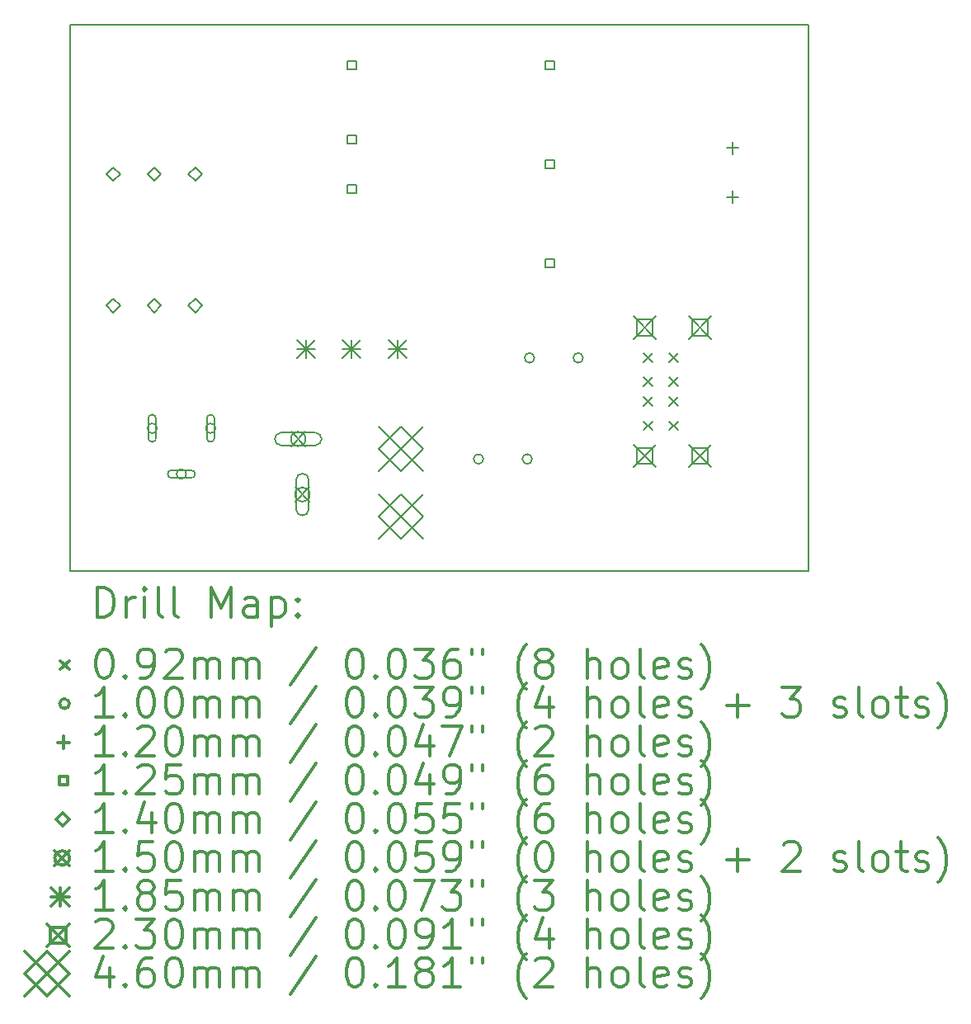
<source format=gbr>
%FSLAX45Y45*%
G04 Gerber Fmt 4.5, Leading zero omitted, Abs format (unit mm)*
G04 Created by KiCad (PCBNEW (5.1.6)-1) date 2022-01-28 10:45:05*
%MOMM*%
%LPD*%
G01*
G04 APERTURE LIST*
%TA.AperFunction,Profile*%
%ADD10C,0.150000*%
%TD*%
%ADD11C,0.200000*%
%ADD12C,0.300000*%
G04 APERTURE END LIST*
D10*
X20761000Y-10109000D02*
X13180000Y-10109000D01*
X20761000Y-10109000D02*
X20761000Y-4507000D01*
X13180000Y-4507000D02*
X20761000Y-4507000D01*
X13180000Y-4507000D02*
X13180000Y-10109000D01*
D11*
X19064000Y-7875000D02*
X19156000Y-7967000D01*
X19156000Y-7875000D02*
X19064000Y-7967000D01*
X19064000Y-8125000D02*
X19156000Y-8217000D01*
X19156000Y-8125000D02*
X19064000Y-8217000D01*
X19064000Y-8325000D02*
X19156000Y-8417000D01*
X19156000Y-8325000D02*
X19064000Y-8417000D01*
X19064000Y-8575000D02*
X19156000Y-8667000D01*
X19156000Y-8575000D02*
X19064000Y-8667000D01*
X19326000Y-7875000D02*
X19418000Y-7967000D01*
X19418000Y-7875000D02*
X19326000Y-7967000D01*
X19326000Y-8125000D02*
X19418000Y-8217000D01*
X19418000Y-8125000D02*
X19326000Y-8217000D01*
X19326000Y-8325000D02*
X19418000Y-8417000D01*
X19418000Y-8325000D02*
X19326000Y-8417000D01*
X19326000Y-8575000D02*
X19418000Y-8667000D01*
X19418000Y-8575000D02*
X19326000Y-8667000D01*
X17421000Y-8962000D02*
G75*
G03*
X17421000Y-8962000I-50000J0D01*
G01*
X17921000Y-8962000D02*
G75*
G03*
X17921000Y-8962000I-50000J0D01*
G01*
X14072000Y-8647000D02*
G75*
G03*
X14072000Y-8647000I-50000J0D01*
G01*
X13982000Y-8547000D02*
X13982000Y-8747000D01*
X14062000Y-8547000D02*
X14062000Y-8747000D01*
X13982000Y-8747000D02*
G75*
G03*
X14062000Y-8747000I40000J0D01*
G01*
X14062000Y-8547000D02*
G75*
G03*
X13982000Y-8547000I-40000J0D01*
G01*
X14372000Y-9117000D02*
G75*
G03*
X14372000Y-9117000I-50000J0D01*
G01*
X14222000Y-9157000D02*
X14422000Y-9157000D01*
X14222000Y-9077000D02*
X14422000Y-9077000D01*
X14422000Y-9157000D02*
G75*
G03*
X14422000Y-9077000I0J40000D01*
G01*
X14222000Y-9077000D02*
G75*
G03*
X14222000Y-9157000I0J-40000D01*
G01*
X14672000Y-8647000D02*
G75*
G03*
X14672000Y-8647000I-50000J0D01*
G01*
X14582000Y-8547000D02*
X14582000Y-8747000D01*
X14662000Y-8547000D02*
X14662000Y-8747000D01*
X14582000Y-8747000D02*
G75*
G03*
X14662000Y-8747000I40000J0D01*
G01*
X14662000Y-8547000D02*
G75*
G03*
X14582000Y-8547000I-40000J0D01*
G01*
X17944000Y-7925000D02*
G75*
G03*
X17944000Y-7925000I-50000J0D01*
G01*
X18444000Y-7925000D02*
G75*
G03*
X18444000Y-7925000I-50000J0D01*
G01*
X19979000Y-5712000D02*
X19979000Y-5832000D01*
X19919000Y-5772000D02*
X20039000Y-5772000D01*
X19979000Y-6212000D02*
X19979000Y-6332000D01*
X19919000Y-6272000D02*
X20039000Y-6272000D01*
X16117195Y-4965195D02*
X16117195Y-4876805D01*
X16028805Y-4876805D01*
X16028805Y-4965195D01*
X16117195Y-4965195D01*
X16117195Y-5727195D02*
X16117195Y-5638805D01*
X16028805Y-5638805D01*
X16028805Y-5727195D01*
X16117195Y-5727195D01*
X16117195Y-6235195D02*
X16117195Y-6146805D01*
X16028805Y-6146805D01*
X16028805Y-6235195D01*
X16117195Y-6235195D01*
X18149195Y-4965195D02*
X18149195Y-4876805D01*
X18060805Y-4876805D01*
X18060805Y-4965195D01*
X18149195Y-4965195D01*
X18149195Y-5981195D02*
X18149195Y-5892805D01*
X18060805Y-5892805D01*
X18060805Y-5981195D01*
X18149195Y-5981195D01*
X18149195Y-6997195D02*
X18149195Y-6908805D01*
X18060805Y-6908805D01*
X18060805Y-6997195D01*
X18149195Y-6997195D01*
X13624000Y-6110000D02*
X13694000Y-6040000D01*
X13624000Y-5970000D01*
X13554000Y-6040000D01*
X13624000Y-6110000D01*
X14044000Y-6110000D02*
X14114000Y-6040000D01*
X14044000Y-5970000D01*
X13974000Y-6040000D01*
X14044000Y-6110000D01*
X14464000Y-6110000D02*
X14534000Y-6040000D01*
X14464000Y-5970000D01*
X14394000Y-6040000D01*
X14464000Y-6110000D01*
X13624000Y-7458000D02*
X13694000Y-7388000D01*
X13624000Y-7318000D01*
X13554000Y-7388000D01*
X13624000Y-7458000D01*
X14044000Y-7458000D02*
X14114000Y-7388000D01*
X14044000Y-7318000D01*
X13974000Y-7388000D01*
X14044000Y-7458000D01*
X14464000Y-7458000D02*
X14534000Y-7388000D01*
X14464000Y-7318000D01*
X14394000Y-7388000D01*
X14464000Y-7458000D01*
X15445000Y-8682000D02*
X15595000Y-8832000D01*
X15595000Y-8682000D02*
X15445000Y-8832000D01*
X15595000Y-8757000D02*
G75*
G03*
X15595000Y-8757000I-75000J0D01*
G01*
X15345000Y-8822000D02*
X15695000Y-8822000D01*
X15345000Y-8692000D02*
X15695000Y-8692000D01*
X15695000Y-8822000D02*
G75*
G03*
X15695000Y-8692000I0J65000D01*
G01*
X15345000Y-8692000D02*
G75*
G03*
X15345000Y-8822000I0J-65000D01*
G01*
X15488660Y-9252000D02*
X15638660Y-9402000D01*
X15638660Y-9252000D02*
X15488660Y-9402000D01*
X15638660Y-9327000D02*
G75*
G03*
X15638660Y-9327000I-75000J0D01*
G01*
X15628660Y-9477000D02*
X15628660Y-9177000D01*
X15498660Y-9477000D02*
X15498660Y-9177000D01*
X15628660Y-9177000D02*
G75*
G03*
X15498660Y-9177000I-65000J0D01*
G01*
X15498660Y-9477000D02*
G75*
G03*
X15628660Y-9477000I65000J0D01*
G01*
X15506500Y-7743500D02*
X15691500Y-7928500D01*
X15691500Y-7743500D02*
X15506500Y-7928500D01*
X15599000Y-7743500D02*
X15599000Y-7928500D01*
X15506500Y-7836000D02*
X15691500Y-7836000D01*
X15976500Y-7743500D02*
X16161500Y-7928500D01*
X16161500Y-7743500D02*
X15976500Y-7928500D01*
X16069000Y-7743500D02*
X16069000Y-7928500D01*
X15976500Y-7836000D02*
X16161500Y-7836000D01*
X16446500Y-7743500D02*
X16631500Y-7928500D01*
X16631500Y-7743500D02*
X16446500Y-7928500D01*
X16539000Y-7743500D02*
X16539000Y-7928500D01*
X16446500Y-7836000D02*
X16631500Y-7836000D01*
X18960000Y-7499000D02*
X19190000Y-7729000D01*
X19190000Y-7499000D02*
X18960000Y-7729000D01*
X19156318Y-7695318D02*
X19156318Y-7532682D01*
X18993682Y-7532682D01*
X18993682Y-7695318D01*
X19156318Y-7695318D01*
X18960000Y-8813000D02*
X19190000Y-9043000D01*
X19190000Y-8813000D02*
X18960000Y-9043000D01*
X19156318Y-9009318D02*
X19156318Y-8846682D01*
X18993682Y-8846682D01*
X18993682Y-9009318D01*
X19156318Y-9009318D01*
X19528000Y-7499000D02*
X19758000Y-7729000D01*
X19758000Y-7499000D02*
X19528000Y-7729000D01*
X19724318Y-7695318D02*
X19724318Y-7532682D01*
X19561682Y-7532682D01*
X19561682Y-7695318D01*
X19724318Y-7695318D01*
X19528000Y-8813000D02*
X19758000Y-9043000D01*
X19758000Y-8813000D02*
X19528000Y-9043000D01*
X19724318Y-9009318D02*
X19724318Y-8846682D01*
X19561682Y-8846682D01*
X19561682Y-9009318D01*
X19724318Y-9009318D01*
X16347000Y-8627000D02*
X16807000Y-9087000D01*
X16807000Y-8627000D02*
X16347000Y-9087000D01*
X16577000Y-9087000D02*
X16807000Y-8857000D01*
X16577000Y-8627000D01*
X16347000Y-8857000D01*
X16577000Y-9087000D01*
X16347000Y-9322000D02*
X16807000Y-9782000D01*
X16807000Y-9322000D02*
X16347000Y-9782000D01*
X16577000Y-9782000D02*
X16807000Y-9552000D01*
X16577000Y-9322000D01*
X16347000Y-9552000D01*
X16577000Y-9782000D01*
D12*
X13458928Y-10582214D02*
X13458928Y-10282214D01*
X13530357Y-10282214D01*
X13573214Y-10296500D01*
X13601786Y-10325072D01*
X13616071Y-10353643D01*
X13630357Y-10410786D01*
X13630357Y-10453643D01*
X13616071Y-10510786D01*
X13601786Y-10539357D01*
X13573214Y-10567929D01*
X13530357Y-10582214D01*
X13458928Y-10582214D01*
X13758928Y-10582214D02*
X13758928Y-10382214D01*
X13758928Y-10439357D02*
X13773214Y-10410786D01*
X13787500Y-10396500D01*
X13816071Y-10382214D01*
X13844643Y-10382214D01*
X13944643Y-10582214D02*
X13944643Y-10382214D01*
X13944643Y-10282214D02*
X13930357Y-10296500D01*
X13944643Y-10310786D01*
X13958928Y-10296500D01*
X13944643Y-10282214D01*
X13944643Y-10310786D01*
X14130357Y-10582214D02*
X14101786Y-10567929D01*
X14087500Y-10539357D01*
X14087500Y-10282214D01*
X14287500Y-10582214D02*
X14258928Y-10567929D01*
X14244643Y-10539357D01*
X14244643Y-10282214D01*
X14630357Y-10582214D02*
X14630357Y-10282214D01*
X14730357Y-10496500D01*
X14830357Y-10282214D01*
X14830357Y-10582214D01*
X15101786Y-10582214D02*
X15101786Y-10425072D01*
X15087500Y-10396500D01*
X15058928Y-10382214D01*
X15001786Y-10382214D01*
X14973214Y-10396500D01*
X15101786Y-10567929D02*
X15073214Y-10582214D01*
X15001786Y-10582214D01*
X14973214Y-10567929D01*
X14958928Y-10539357D01*
X14958928Y-10510786D01*
X14973214Y-10482214D01*
X15001786Y-10467929D01*
X15073214Y-10467929D01*
X15101786Y-10453643D01*
X15244643Y-10382214D02*
X15244643Y-10682214D01*
X15244643Y-10396500D02*
X15273214Y-10382214D01*
X15330357Y-10382214D01*
X15358928Y-10396500D01*
X15373214Y-10410786D01*
X15387500Y-10439357D01*
X15387500Y-10525072D01*
X15373214Y-10553643D01*
X15358928Y-10567929D01*
X15330357Y-10582214D01*
X15273214Y-10582214D01*
X15244643Y-10567929D01*
X15516071Y-10553643D02*
X15530357Y-10567929D01*
X15516071Y-10582214D01*
X15501786Y-10567929D01*
X15516071Y-10553643D01*
X15516071Y-10582214D01*
X15516071Y-10396500D02*
X15530357Y-10410786D01*
X15516071Y-10425072D01*
X15501786Y-10410786D01*
X15516071Y-10396500D01*
X15516071Y-10425072D01*
X13080500Y-11030500D02*
X13172500Y-11122500D01*
X13172500Y-11030500D02*
X13080500Y-11122500D01*
X13516071Y-10912214D02*
X13544643Y-10912214D01*
X13573214Y-10926500D01*
X13587500Y-10940786D01*
X13601786Y-10969357D01*
X13616071Y-11026500D01*
X13616071Y-11097929D01*
X13601786Y-11155072D01*
X13587500Y-11183643D01*
X13573214Y-11197929D01*
X13544643Y-11212214D01*
X13516071Y-11212214D01*
X13487500Y-11197929D01*
X13473214Y-11183643D01*
X13458928Y-11155072D01*
X13444643Y-11097929D01*
X13444643Y-11026500D01*
X13458928Y-10969357D01*
X13473214Y-10940786D01*
X13487500Y-10926500D01*
X13516071Y-10912214D01*
X13744643Y-11183643D02*
X13758928Y-11197929D01*
X13744643Y-11212214D01*
X13730357Y-11197929D01*
X13744643Y-11183643D01*
X13744643Y-11212214D01*
X13901786Y-11212214D02*
X13958928Y-11212214D01*
X13987500Y-11197929D01*
X14001786Y-11183643D01*
X14030357Y-11140786D01*
X14044643Y-11083643D01*
X14044643Y-10969357D01*
X14030357Y-10940786D01*
X14016071Y-10926500D01*
X13987500Y-10912214D01*
X13930357Y-10912214D01*
X13901786Y-10926500D01*
X13887500Y-10940786D01*
X13873214Y-10969357D01*
X13873214Y-11040786D01*
X13887500Y-11069357D01*
X13901786Y-11083643D01*
X13930357Y-11097929D01*
X13987500Y-11097929D01*
X14016071Y-11083643D01*
X14030357Y-11069357D01*
X14044643Y-11040786D01*
X14158928Y-10940786D02*
X14173214Y-10926500D01*
X14201786Y-10912214D01*
X14273214Y-10912214D01*
X14301786Y-10926500D01*
X14316071Y-10940786D01*
X14330357Y-10969357D01*
X14330357Y-10997929D01*
X14316071Y-11040786D01*
X14144643Y-11212214D01*
X14330357Y-11212214D01*
X14458928Y-11212214D02*
X14458928Y-11012214D01*
X14458928Y-11040786D02*
X14473214Y-11026500D01*
X14501786Y-11012214D01*
X14544643Y-11012214D01*
X14573214Y-11026500D01*
X14587500Y-11055072D01*
X14587500Y-11212214D01*
X14587500Y-11055072D02*
X14601786Y-11026500D01*
X14630357Y-11012214D01*
X14673214Y-11012214D01*
X14701786Y-11026500D01*
X14716071Y-11055072D01*
X14716071Y-11212214D01*
X14858928Y-11212214D02*
X14858928Y-11012214D01*
X14858928Y-11040786D02*
X14873214Y-11026500D01*
X14901786Y-11012214D01*
X14944643Y-11012214D01*
X14973214Y-11026500D01*
X14987500Y-11055072D01*
X14987500Y-11212214D01*
X14987500Y-11055072D02*
X15001786Y-11026500D01*
X15030357Y-11012214D01*
X15073214Y-11012214D01*
X15101786Y-11026500D01*
X15116071Y-11055072D01*
X15116071Y-11212214D01*
X15701786Y-10897929D02*
X15444643Y-11283643D01*
X16087500Y-10912214D02*
X16116071Y-10912214D01*
X16144643Y-10926500D01*
X16158928Y-10940786D01*
X16173214Y-10969357D01*
X16187500Y-11026500D01*
X16187500Y-11097929D01*
X16173214Y-11155072D01*
X16158928Y-11183643D01*
X16144643Y-11197929D01*
X16116071Y-11212214D01*
X16087500Y-11212214D01*
X16058928Y-11197929D01*
X16044643Y-11183643D01*
X16030357Y-11155072D01*
X16016071Y-11097929D01*
X16016071Y-11026500D01*
X16030357Y-10969357D01*
X16044643Y-10940786D01*
X16058928Y-10926500D01*
X16087500Y-10912214D01*
X16316071Y-11183643D02*
X16330357Y-11197929D01*
X16316071Y-11212214D01*
X16301786Y-11197929D01*
X16316071Y-11183643D01*
X16316071Y-11212214D01*
X16516071Y-10912214D02*
X16544643Y-10912214D01*
X16573214Y-10926500D01*
X16587500Y-10940786D01*
X16601786Y-10969357D01*
X16616071Y-11026500D01*
X16616071Y-11097929D01*
X16601786Y-11155072D01*
X16587500Y-11183643D01*
X16573214Y-11197929D01*
X16544643Y-11212214D01*
X16516071Y-11212214D01*
X16487500Y-11197929D01*
X16473214Y-11183643D01*
X16458928Y-11155072D01*
X16444643Y-11097929D01*
X16444643Y-11026500D01*
X16458928Y-10969357D01*
X16473214Y-10940786D01*
X16487500Y-10926500D01*
X16516071Y-10912214D01*
X16716071Y-10912214D02*
X16901786Y-10912214D01*
X16801786Y-11026500D01*
X16844643Y-11026500D01*
X16873214Y-11040786D01*
X16887500Y-11055072D01*
X16901786Y-11083643D01*
X16901786Y-11155072D01*
X16887500Y-11183643D01*
X16873214Y-11197929D01*
X16844643Y-11212214D01*
X16758928Y-11212214D01*
X16730357Y-11197929D01*
X16716071Y-11183643D01*
X17158928Y-10912214D02*
X17101786Y-10912214D01*
X17073214Y-10926500D01*
X17058928Y-10940786D01*
X17030357Y-10983643D01*
X17016071Y-11040786D01*
X17016071Y-11155072D01*
X17030357Y-11183643D01*
X17044643Y-11197929D01*
X17073214Y-11212214D01*
X17130357Y-11212214D01*
X17158928Y-11197929D01*
X17173214Y-11183643D01*
X17187500Y-11155072D01*
X17187500Y-11083643D01*
X17173214Y-11055072D01*
X17158928Y-11040786D01*
X17130357Y-11026500D01*
X17073214Y-11026500D01*
X17044643Y-11040786D01*
X17030357Y-11055072D01*
X17016071Y-11083643D01*
X17301786Y-10912214D02*
X17301786Y-10969357D01*
X17416071Y-10912214D02*
X17416071Y-10969357D01*
X17858928Y-11326500D02*
X17844643Y-11312214D01*
X17816071Y-11269357D01*
X17801786Y-11240786D01*
X17787500Y-11197929D01*
X17773214Y-11126500D01*
X17773214Y-11069357D01*
X17787500Y-10997929D01*
X17801786Y-10955072D01*
X17816071Y-10926500D01*
X17844643Y-10883643D01*
X17858928Y-10869357D01*
X18016071Y-11040786D02*
X17987500Y-11026500D01*
X17973214Y-11012214D01*
X17958928Y-10983643D01*
X17958928Y-10969357D01*
X17973214Y-10940786D01*
X17987500Y-10926500D01*
X18016071Y-10912214D01*
X18073214Y-10912214D01*
X18101786Y-10926500D01*
X18116071Y-10940786D01*
X18130357Y-10969357D01*
X18130357Y-10983643D01*
X18116071Y-11012214D01*
X18101786Y-11026500D01*
X18073214Y-11040786D01*
X18016071Y-11040786D01*
X17987500Y-11055072D01*
X17973214Y-11069357D01*
X17958928Y-11097929D01*
X17958928Y-11155072D01*
X17973214Y-11183643D01*
X17987500Y-11197929D01*
X18016071Y-11212214D01*
X18073214Y-11212214D01*
X18101786Y-11197929D01*
X18116071Y-11183643D01*
X18130357Y-11155072D01*
X18130357Y-11097929D01*
X18116071Y-11069357D01*
X18101786Y-11055072D01*
X18073214Y-11040786D01*
X18487500Y-11212214D02*
X18487500Y-10912214D01*
X18616071Y-11212214D02*
X18616071Y-11055072D01*
X18601786Y-11026500D01*
X18573214Y-11012214D01*
X18530357Y-11012214D01*
X18501786Y-11026500D01*
X18487500Y-11040786D01*
X18801786Y-11212214D02*
X18773214Y-11197929D01*
X18758928Y-11183643D01*
X18744643Y-11155072D01*
X18744643Y-11069357D01*
X18758928Y-11040786D01*
X18773214Y-11026500D01*
X18801786Y-11012214D01*
X18844643Y-11012214D01*
X18873214Y-11026500D01*
X18887500Y-11040786D01*
X18901786Y-11069357D01*
X18901786Y-11155072D01*
X18887500Y-11183643D01*
X18873214Y-11197929D01*
X18844643Y-11212214D01*
X18801786Y-11212214D01*
X19073214Y-11212214D02*
X19044643Y-11197929D01*
X19030357Y-11169357D01*
X19030357Y-10912214D01*
X19301786Y-11197929D02*
X19273214Y-11212214D01*
X19216071Y-11212214D01*
X19187500Y-11197929D01*
X19173214Y-11169357D01*
X19173214Y-11055072D01*
X19187500Y-11026500D01*
X19216071Y-11012214D01*
X19273214Y-11012214D01*
X19301786Y-11026500D01*
X19316071Y-11055072D01*
X19316071Y-11083643D01*
X19173214Y-11112214D01*
X19430357Y-11197929D02*
X19458928Y-11212214D01*
X19516071Y-11212214D01*
X19544643Y-11197929D01*
X19558928Y-11169357D01*
X19558928Y-11155072D01*
X19544643Y-11126500D01*
X19516071Y-11112214D01*
X19473214Y-11112214D01*
X19444643Y-11097929D01*
X19430357Y-11069357D01*
X19430357Y-11055072D01*
X19444643Y-11026500D01*
X19473214Y-11012214D01*
X19516071Y-11012214D01*
X19544643Y-11026500D01*
X19658928Y-11326500D02*
X19673214Y-11312214D01*
X19701786Y-11269357D01*
X19716071Y-11240786D01*
X19730357Y-11197929D01*
X19744643Y-11126500D01*
X19744643Y-11069357D01*
X19730357Y-10997929D01*
X19716071Y-10955072D01*
X19701786Y-10926500D01*
X19673214Y-10883643D01*
X19658928Y-10869357D01*
X13172500Y-11472500D02*
G75*
G03*
X13172500Y-11472500I-50000J0D01*
G01*
X13616071Y-11608214D02*
X13444643Y-11608214D01*
X13530357Y-11608214D02*
X13530357Y-11308214D01*
X13501786Y-11351071D01*
X13473214Y-11379643D01*
X13444643Y-11393929D01*
X13744643Y-11579643D02*
X13758928Y-11593929D01*
X13744643Y-11608214D01*
X13730357Y-11593929D01*
X13744643Y-11579643D01*
X13744643Y-11608214D01*
X13944643Y-11308214D02*
X13973214Y-11308214D01*
X14001786Y-11322500D01*
X14016071Y-11336786D01*
X14030357Y-11365357D01*
X14044643Y-11422500D01*
X14044643Y-11493929D01*
X14030357Y-11551071D01*
X14016071Y-11579643D01*
X14001786Y-11593929D01*
X13973214Y-11608214D01*
X13944643Y-11608214D01*
X13916071Y-11593929D01*
X13901786Y-11579643D01*
X13887500Y-11551071D01*
X13873214Y-11493929D01*
X13873214Y-11422500D01*
X13887500Y-11365357D01*
X13901786Y-11336786D01*
X13916071Y-11322500D01*
X13944643Y-11308214D01*
X14230357Y-11308214D02*
X14258928Y-11308214D01*
X14287500Y-11322500D01*
X14301786Y-11336786D01*
X14316071Y-11365357D01*
X14330357Y-11422500D01*
X14330357Y-11493929D01*
X14316071Y-11551071D01*
X14301786Y-11579643D01*
X14287500Y-11593929D01*
X14258928Y-11608214D01*
X14230357Y-11608214D01*
X14201786Y-11593929D01*
X14187500Y-11579643D01*
X14173214Y-11551071D01*
X14158928Y-11493929D01*
X14158928Y-11422500D01*
X14173214Y-11365357D01*
X14187500Y-11336786D01*
X14201786Y-11322500D01*
X14230357Y-11308214D01*
X14458928Y-11608214D02*
X14458928Y-11408214D01*
X14458928Y-11436786D02*
X14473214Y-11422500D01*
X14501786Y-11408214D01*
X14544643Y-11408214D01*
X14573214Y-11422500D01*
X14587500Y-11451071D01*
X14587500Y-11608214D01*
X14587500Y-11451071D02*
X14601786Y-11422500D01*
X14630357Y-11408214D01*
X14673214Y-11408214D01*
X14701786Y-11422500D01*
X14716071Y-11451071D01*
X14716071Y-11608214D01*
X14858928Y-11608214D02*
X14858928Y-11408214D01*
X14858928Y-11436786D02*
X14873214Y-11422500D01*
X14901786Y-11408214D01*
X14944643Y-11408214D01*
X14973214Y-11422500D01*
X14987500Y-11451071D01*
X14987500Y-11608214D01*
X14987500Y-11451071D02*
X15001786Y-11422500D01*
X15030357Y-11408214D01*
X15073214Y-11408214D01*
X15101786Y-11422500D01*
X15116071Y-11451071D01*
X15116071Y-11608214D01*
X15701786Y-11293929D02*
X15444643Y-11679643D01*
X16087500Y-11308214D02*
X16116071Y-11308214D01*
X16144643Y-11322500D01*
X16158928Y-11336786D01*
X16173214Y-11365357D01*
X16187500Y-11422500D01*
X16187500Y-11493929D01*
X16173214Y-11551071D01*
X16158928Y-11579643D01*
X16144643Y-11593929D01*
X16116071Y-11608214D01*
X16087500Y-11608214D01*
X16058928Y-11593929D01*
X16044643Y-11579643D01*
X16030357Y-11551071D01*
X16016071Y-11493929D01*
X16016071Y-11422500D01*
X16030357Y-11365357D01*
X16044643Y-11336786D01*
X16058928Y-11322500D01*
X16087500Y-11308214D01*
X16316071Y-11579643D02*
X16330357Y-11593929D01*
X16316071Y-11608214D01*
X16301786Y-11593929D01*
X16316071Y-11579643D01*
X16316071Y-11608214D01*
X16516071Y-11308214D02*
X16544643Y-11308214D01*
X16573214Y-11322500D01*
X16587500Y-11336786D01*
X16601786Y-11365357D01*
X16616071Y-11422500D01*
X16616071Y-11493929D01*
X16601786Y-11551071D01*
X16587500Y-11579643D01*
X16573214Y-11593929D01*
X16544643Y-11608214D01*
X16516071Y-11608214D01*
X16487500Y-11593929D01*
X16473214Y-11579643D01*
X16458928Y-11551071D01*
X16444643Y-11493929D01*
X16444643Y-11422500D01*
X16458928Y-11365357D01*
X16473214Y-11336786D01*
X16487500Y-11322500D01*
X16516071Y-11308214D01*
X16716071Y-11308214D02*
X16901786Y-11308214D01*
X16801786Y-11422500D01*
X16844643Y-11422500D01*
X16873214Y-11436786D01*
X16887500Y-11451071D01*
X16901786Y-11479643D01*
X16901786Y-11551071D01*
X16887500Y-11579643D01*
X16873214Y-11593929D01*
X16844643Y-11608214D01*
X16758928Y-11608214D01*
X16730357Y-11593929D01*
X16716071Y-11579643D01*
X17044643Y-11608214D02*
X17101786Y-11608214D01*
X17130357Y-11593929D01*
X17144643Y-11579643D01*
X17173214Y-11536786D01*
X17187500Y-11479643D01*
X17187500Y-11365357D01*
X17173214Y-11336786D01*
X17158928Y-11322500D01*
X17130357Y-11308214D01*
X17073214Y-11308214D01*
X17044643Y-11322500D01*
X17030357Y-11336786D01*
X17016071Y-11365357D01*
X17016071Y-11436786D01*
X17030357Y-11465357D01*
X17044643Y-11479643D01*
X17073214Y-11493929D01*
X17130357Y-11493929D01*
X17158928Y-11479643D01*
X17173214Y-11465357D01*
X17187500Y-11436786D01*
X17301786Y-11308214D02*
X17301786Y-11365357D01*
X17416071Y-11308214D02*
X17416071Y-11365357D01*
X17858928Y-11722500D02*
X17844643Y-11708214D01*
X17816071Y-11665357D01*
X17801786Y-11636786D01*
X17787500Y-11593929D01*
X17773214Y-11522500D01*
X17773214Y-11465357D01*
X17787500Y-11393929D01*
X17801786Y-11351071D01*
X17816071Y-11322500D01*
X17844643Y-11279643D01*
X17858928Y-11265357D01*
X18101786Y-11408214D02*
X18101786Y-11608214D01*
X18030357Y-11293929D02*
X17958928Y-11508214D01*
X18144643Y-11508214D01*
X18487500Y-11608214D02*
X18487500Y-11308214D01*
X18616071Y-11608214D02*
X18616071Y-11451071D01*
X18601786Y-11422500D01*
X18573214Y-11408214D01*
X18530357Y-11408214D01*
X18501786Y-11422500D01*
X18487500Y-11436786D01*
X18801786Y-11608214D02*
X18773214Y-11593929D01*
X18758928Y-11579643D01*
X18744643Y-11551071D01*
X18744643Y-11465357D01*
X18758928Y-11436786D01*
X18773214Y-11422500D01*
X18801786Y-11408214D01*
X18844643Y-11408214D01*
X18873214Y-11422500D01*
X18887500Y-11436786D01*
X18901786Y-11465357D01*
X18901786Y-11551071D01*
X18887500Y-11579643D01*
X18873214Y-11593929D01*
X18844643Y-11608214D01*
X18801786Y-11608214D01*
X19073214Y-11608214D02*
X19044643Y-11593929D01*
X19030357Y-11565357D01*
X19030357Y-11308214D01*
X19301786Y-11593929D02*
X19273214Y-11608214D01*
X19216071Y-11608214D01*
X19187500Y-11593929D01*
X19173214Y-11565357D01*
X19173214Y-11451071D01*
X19187500Y-11422500D01*
X19216071Y-11408214D01*
X19273214Y-11408214D01*
X19301786Y-11422500D01*
X19316071Y-11451071D01*
X19316071Y-11479643D01*
X19173214Y-11508214D01*
X19430357Y-11593929D02*
X19458928Y-11608214D01*
X19516071Y-11608214D01*
X19544643Y-11593929D01*
X19558928Y-11565357D01*
X19558928Y-11551071D01*
X19544643Y-11522500D01*
X19516071Y-11508214D01*
X19473214Y-11508214D01*
X19444643Y-11493929D01*
X19430357Y-11465357D01*
X19430357Y-11451071D01*
X19444643Y-11422500D01*
X19473214Y-11408214D01*
X19516071Y-11408214D01*
X19544643Y-11422500D01*
X19916071Y-11493929D02*
X20144643Y-11493929D01*
X20030357Y-11608214D02*
X20030357Y-11379643D01*
X20487500Y-11308214D02*
X20673214Y-11308214D01*
X20573214Y-11422500D01*
X20616071Y-11422500D01*
X20644643Y-11436786D01*
X20658928Y-11451071D01*
X20673214Y-11479643D01*
X20673214Y-11551071D01*
X20658928Y-11579643D01*
X20644643Y-11593929D01*
X20616071Y-11608214D01*
X20530357Y-11608214D01*
X20501786Y-11593929D01*
X20487500Y-11579643D01*
X21016071Y-11593929D02*
X21044643Y-11608214D01*
X21101786Y-11608214D01*
X21130357Y-11593929D01*
X21144643Y-11565357D01*
X21144643Y-11551071D01*
X21130357Y-11522500D01*
X21101786Y-11508214D01*
X21058928Y-11508214D01*
X21030357Y-11493929D01*
X21016071Y-11465357D01*
X21016071Y-11451071D01*
X21030357Y-11422500D01*
X21058928Y-11408214D01*
X21101786Y-11408214D01*
X21130357Y-11422500D01*
X21316071Y-11608214D02*
X21287500Y-11593929D01*
X21273214Y-11565357D01*
X21273214Y-11308214D01*
X21473214Y-11608214D02*
X21444643Y-11593929D01*
X21430357Y-11579643D01*
X21416071Y-11551071D01*
X21416071Y-11465357D01*
X21430357Y-11436786D01*
X21444643Y-11422500D01*
X21473214Y-11408214D01*
X21516071Y-11408214D01*
X21544643Y-11422500D01*
X21558928Y-11436786D01*
X21573214Y-11465357D01*
X21573214Y-11551071D01*
X21558928Y-11579643D01*
X21544643Y-11593929D01*
X21516071Y-11608214D01*
X21473214Y-11608214D01*
X21658928Y-11408214D02*
X21773214Y-11408214D01*
X21701786Y-11308214D02*
X21701786Y-11565357D01*
X21716071Y-11593929D01*
X21744643Y-11608214D01*
X21773214Y-11608214D01*
X21858928Y-11593929D02*
X21887500Y-11608214D01*
X21944643Y-11608214D01*
X21973214Y-11593929D01*
X21987500Y-11565357D01*
X21987500Y-11551071D01*
X21973214Y-11522500D01*
X21944643Y-11508214D01*
X21901786Y-11508214D01*
X21873214Y-11493929D01*
X21858928Y-11465357D01*
X21858928Y-11451071D01*
X21873214Y-11422500D01*
X21901786Y-11408214D01*
X21944643Y-11408214D01*
X21973214Y-11422500D01*
X22087500Y-11722500D02*
X22101786Y-11708214D01*
X22130357Y-11665357D01*
X22144643Y-11636786D01*
X22158928Y-11593929D01*
X22173214Y-11522500D01*
X22173214Y-11465357D01*
X22158928Y-11393929D01*
X22144643Y-11351071D01*
X22130357Y-11322500D01*
X22101786Y-11279643D01*
X22087500Y-11265357D01*
X13112500Y-11808500D02*
X13112500Y-11928500D01*
X13052500Y-11868500D02*
X13172500Y-11868500D01*
X13616071Y-12004214D02*
X13444643Y-12004214D01*
X13530357Y-12004214D02*
X13530357Y-11704214D01*
X13501786Y-11747071D01*
X13473214Y-11775643D01*
X13444643Y-11789929D01*
X13744643Y-11975643D02*
X13758928Y-11989929D01*
X13744643Y-12004214D01*
X13730357Y-11989929D01*
X13744643Y-11975643D01*
X13744643Y-12004214D01*
X13873214Y-11732786D02*
X13887500Y-11718500D01*
X13916071Y-11704214D01*
X13987500Y-11704214D01*
X14016071Y-11718500D01*
X14030357Y-11732786D01*
X14044643Y-11761357D01*
X14044643Y-11789929D01*
X14030357Y-11832786D01*
X13858928Y-12004214D01*
X14044643Y-12004214D01*
X14230357Y-11704214D02*
X14258928Y-11704214D01*
X14287500Y-11718500D01*
X14301786Y-11732786D01*
X14316071Y-11761357D01*
X14330357Y-11818500D01*
X14330357Y-11889929D01*
X14316071Y-11947071D01*
X14301786Y-11975643D01*
X14287500Y-11989929D01*
X14258928Y-12004214D01*
X14230357Y-12004214D01*
X14201786Y-11989929D01*
X14187500Y-11975643D01*
X14173214Y-11947071D01*
X14158928Y-11889929D01*
X14158928Y-11818500D01*
X14173214Y-11761357D01*
X14187500Y-11732786D01*
X14201786Y-11718500D01*
X14230357Y-11704214D01*
X14458928Y-12004214D02*
X14458928Y-11804214D01*
X14458928Y-11832786D02*
X14473214Y-11818500D01*
X14501786Y-11804214D01*
X14544643Y-11804214D01*
X14573214Y-11818500D01*
X14587500Y-11847071D01*
X14587500Y-12004214D01*
X14587500Y-11847071D02*
X14601786Y-11818500D01*
X14630357Y-11804214D01*
X14673214Y-11804214D01*
X14701786Y-11818500D01*
X14716071Y-11847071D01*
X14716071Y-12004214D01*
X14858928Y-12004214D02*
X14858928Y-11804214D01*
X14858928Y-11832786D02*
X14873214Y-11818500D01*
X14901786Y-11804214D01*
X14944643Y-11804214D01*
X14973214Y-11818500D01*
X14987500Y-11847071D01*
X14987500Y-12004214D01*
X14987500Y-11847071D02*
X15001786Y-11818500D01*
X15030357Y-11804214D01*
X15073214Y-11804214D01*
X15101786Y-11818500D01*
X15116071Y-11847071D01*
X15116071Y-12004214D01*
X15701786Y-11689929D02*
X15444643Y-12075643D01*
X16087500Y-11704214D02*
X16116071Y-11704214D01*
X16144643Y-11718500D01*
X16158928Y-11732786D01*
X16173214Y-11761357D01*
X16187500Y-11818500D01*
X16187500Y-11889929D01*
X16173214Y-11947071D01*
X16158928Y-11975643D01*
X16144643Y-11989929D01*
X16116071Y-12004214D01*
X16087500Y-12004214D01*
X16058928Y-11989929D01*
X16044643Y-11975643D01*
X16030357Y-11947071D01*
X16016071Y-11889929D01*
X16016071Y-11818500D01*
X16030357Y-11761357D01*
X16044643Y-11732786D01*
X16058928Y-11718500D01*
X16087500Y-11704214D01*
X16316071Y-11975643D02*
X16330357Y-11989929D01*
X16316071Y-12004214D01*
X16301786Y-11989929D01*
X16316071Y-11975643D01*
X16316071Y-12004214D01*
X16516071Y-11704214D02*
X16544643Y-11704214D01*
X16573214Y-11718500D01*
X16587500Y-11732786D01*
X16601786Y-11761357D01*
X16616071Y-11818500D01*
X16616071Y-11889929D01*
X16601786Y-11947071D01*
X16587500Y-11975643D01*
X16573214Y-11989929D01*
X16544643Y-12004214D01*
X16516071Y-12004214D01*
X16487500Y-11989929D01*
X16473214Y-11975643D01*
X16458928Y-11947071D01*
X16444643Y-11889929D01*
X16444643Y-11818500D01*
X16458928Y-11761357D01*
X16473214Y-11732786D01*
X16487500Y-11718500D01*
X16516071Y-11704214D01*
X16873214Y-11804214D02*
X16873214Y-12004214D01*
X16801786Y-11689929D02*
X16730357Y-11904214D01*
X16916071Y-11904214D01*
X17001786Y-11704214D02*
X17201786Y-11704214D01*
X17073214Y-12004214D01*
X17301786Y-11704214D02*
X17301786Y-11761357D01*
X17416071Y-11704214D02*
X17416071Y-11761357D01*
X17858928Y-12118500D02*
X17844643Y-12104214D01*
X17816071Y-12061357D01*
X17801786Y-12032786D01*
X17787500Y-11989929D01*
X17773214Y-11918500D01*
X17773214Y-11861357D01*
X17787500Y-11789929D01*
X17801786Y-11747071D01*
X17816071Y-11718500D01*
X17844643Y-11675643D01*
X17858928Y-11661357D01*
X17958928Y-11732786D02*
X17973214Y-11718500D01*
X18001786Y-11704214D01*
X18073214Y-11704214D01*
X18101786Y-11718500D01*
X18116071Y-11732786D01*
X18130357Y-11761357D01*
X18130357Y-11789929D01*
X18116071Y-11832786D01*
X17944643Y-12004214D01*
X18130357Y-12004214D01*
X18487500Y-12004214D02*
X18487500Y-11704214D01*
X18616071Y-12004214D02*
X18616071Y-11847071D01*
X18601786Y-11818500D01*
X18573214Y-11804214D01*
X18530357Y-11804214D01*
X18501786Y-11818500D01*
X18487500Y-11832786D01*
X18801786Y-12004214D02*
X18773214Y-11989929D01*
X18758928Y-11975643D01*
X18744643Y-11947071D01*
X18744643Y-11861357D01*
X18758928Y-11832786D01*
X18773214Y-11818500D01*
X18801786Y-11804214D01*
X18844643Y-11804214D01*
X18873214Y-11818500D01*
X18887500Y-11832786D01*
X18901786Y-11861357D01*
X18901786Y-11947071D01*
X18887500Y-11975643D01*
X18873214Y-11989929D01*
X18844643Y-12004214D01*
X18801786Y-12004214D01*
X19073214Y-12004214D02*
X19044643Y-11989929D01*
X19030357Y-11961357D01*
X19030357Y-11704214D01*
X19301786Y-11989929D02*
X19273214Y-12004214D01*
X19216071Y-12004214D01*
X19187500Y-11989929D01*
X19173214Y-11961357D01*
X19173214Y-11847071D01*
X19187500Y-11818500D01*
X19216071Y-11804214D01*
X19273214Y-11804214D01*
X19301786Y-11818500D01*
X19316071Y-11847071D01*
X19316071Y-11875643D01*
X19173214Y-11904214D01*
X19430357Y-11989929D02*
X19458928Y-12004214D01*
X19516071Y-12004214D01*
X19544643Y-11989929D01*
X19558928Y-11961357D01*
X19558928Y-11947071D01*
X19544643Y-11918500D01*
X19516071Y-11904214D01*
X19473214Y-11904214D01*
X19444643Y-11889929D01*
X19430357Y-11861357D01*
X19430357Y-11847071D01*
X19444643Y-11818500D01*
X19473214Y-11804214D01*
X19516071Y-11804214D01*
X19544643Y-11818500D01*
X19658928Y-12118500D02*
X19673214Y-12104214D01*
X19701786Y-12061357D01*
X19716071Y-12032786D01*
X19730357Y-11989929D01*
X19744643Y-11918500D01*
X19744643Y-11861357D01*
X19730357Y-11789929D01*
X19716071Y-11747071D01*
X19701786Y-11718500D01*
X19673214Y-11675643D01*
X19658928Y-11661357D01*
X13154194Y-12308695D02*
X13154194Y-12220305D01*
X13065805Y-12220305D01*
X13065805Y-12308695D01*
X13154194Y-12308695D01*
X13616071Y-12400214D02*
X13444643Y-12400214D01*
X13530357Y-12400214D02*
X13530357Y-12100214D01*
X13501786Y-12143071D01*
X13473214Y-12171643D01*
X13444643Y-12185929D01*
X13744643Y-12371643D02*
X13758928Y-12385929D01*
X13744643Y-12400214D01*
X13730357Y-12385929D01*
X13744643Y-12371643D01*
X13744643Y-12400214D01*
X13873214Y-12128786D02*
X13887500Y-12114500D01*
X13916071Y-12100214D01*
X13987500Y-12100214D01*
X14016071Y-12114500D01*
X14030357Y-12128786D01*
X14044643Y-12157357D01*
X14044643Y-12185929D01*
X14030357Y-12228786D01*
X13858928Y-12400214D01*
X14044643Y-12400214D01*
X14316071Y-12100214D02*
X14173214Y-12100214D01*
X14158928Y-12243071D01*
X14173214Y-12228786D01*
X14201786Y-12214500D01*
X14273214Y-12214500D01*
X14301786Y-12228786D01*
X14316071Y-12243071D01*
X14330357Y-12271643D01*
X14330357Y-12343071D01*
X14316071Y-12371643D01*
X14301786Y-12385929D01*
X14273214Y-12400214D01*
X14201786Y-12400214D01*
X14173214Y-12385929D01*
X14158928Y-12371643D01*
X14458928Y-12400214D02*
X14458928Y-12200214D01*
X14458928Y-12228786D02*
X14473214Y-12214500D01*
X14501786Y-12200214D01*
X14544643Y-12200214D01*
X14573214Y-12214500D01*
X14587500Y-12243071D01*
X14587500Y-12400214D01*
X14587500Y-12243071D02*
X14601786Y-12214500D01*
X14630357Y-12200214D01*
X14673214Y-12200214D01*
X14701786Y-12214500D01*
X14716071Y-12243071D01*
X14716071Y-12400214D01*
X14858928Y-12400214D02*
X14858928Y-12200214D01*
X14858928Y-12228786D02*
X14873214Y-12214500D01*
X14901786Y-12200214D01*
X14944643Y-12200214D01*
X14973214Y-12214500D01*
X14987500Y-12243071D01*
X14987500Y-12400214D01*
X14987500Y-12243071D02*
X15001786Y-12214500D01*
X15030357Y-12200214D01*
X15073214Y-12200214D01*
X15101786Y-12214500D01*
X15116071Y-12243071D01*
X15116071Y-12400214D01*
X15701786Y-12085929D02*
X15444643Y-12471643D01*
X16087500Y-12100214D02*
X16116071Y-12100214D01*
X16144643Y-12114500D01*
X16158928Y-12128786D01*
X16173214Y-12157357D01*
X16187500Y-12214500D01*
X16187500Y-12285929D01*
X16173214Y-12343071D01*
X16158928Y-12371643D01*
X16144643Y-12385929D01*
X16116071Y-12400214D01*
X16087500Y-12400214D01*
X16058928Y-12385929D01*
X16044643Y-12371643D01*
X16030357Y-12343071D01*
X16016071Y-12285929D01*
X16016071Y-12214500D01*
X16030357Y-12157357D01*
X16044643Y-12128786D01*
X16058928Y-12114500D01*
X16087500Y-12100214D01*
X16316071Y-12371643D02*
X16330357Y-12385929D01*
X16316071Y-12400214D01*
X16301786Y-12385929D01*
X16316071Y-12371643D01*
X16316071Y-12400214D01*
X16516071Y-12100214D02*
X16544643Y-12100214D01*
X16573214Y-12114500D01*
X16587500Y-12128786D01*
X16601786Y-12157357D01*
X16616071Y-12214500D01*
X16616071Y-12285929D01*
X16601786Y-12343071D01*
X16587500Y-12371643D01*
X16573214Y-12385929D01*
X16544643Y-12400214D01*
X16516071Y-12400214D01*
X16487500Y-12385929D01*
X16473214Y-12371643D01*
X16458928Y-12343071D01*
X16444643Y-12285929D01*
X16444643Y-12214500D01*
X16458928Y-12157357D01*
X16473214Y-12128786D01*
X16487500Y-12114500D01*
X16516071Y-12100214D01*
X16873214Y-12200214D02*
X16873214Y-12400214D01*
X16801786Y-12085929D02*
X16730357Y-12300214D01*
X16916071Y-12300214D01*
X17044643Y-12400214D02*
X17101786Y-12400214D01*
X17130357Y-12385929D01*
X17144643Y-12371643D01*
X17173214Y-12328786D01*
X17187500Y-12271643D01*
X17187500Y-12157357D01*
X17173214Y-12128786D01*
X17158928Y-12114500D01*
X17130357Y-12100214D01*
X17073214Y-12100214D01*
X17044643Y-12114500D01*
X17030357Y-12128786D01*
X17016071Y-12157357D01*
X17016071Y-12228786D01*
X17030357Y-12257357D01*
X17044643Y-12271643D01*
X17073214Y-12285929D01*
X17130357Y-12285929D01*
X17158928Y-12271643D01*
X17173214Y-12257357D01*
X17187500Y-12228786D01*
X17301786Y-12100214D02*
X17301786Y-12157357D01*
X17416071Y-12100214D02*
X17416071Y-12157357D01*
X17858928Y-12514500D02*
X17844643Y-12500214D01*
X17816071Y-12457357D01*
X17801786Y-12428786D01*
X17787500Y-12385929D01*
X17773214Y-12314500D01*
X17773214Y-12257357D01*
X17787500Y-12185929D01*
X17801786Y-12143071D01*
X17816071Y-12114500D01*
X17844643Y-12071643D01*
X17858928Y-12057357D01*
X18101786Y-12100214D02*
X18044643Y-12100214D01*
X18016071Y-12114500D01*
X18001786Y-12128786D01*
X17973214Y-12171643D01*
X17958928Y-12228786D01*
X17958928Y-12343071D01*
X17973214Y-12371643D01*
X17987500Y-12385929D01*
X18016071Y-12400214D01*
X18073214Y-12400214D01*
X18101786Y-12385929D01*
X18116071Y-12371643D01*
X18130357Y-12343071D01*
X18130357Y-12271643D01*
X18116071Y-12243071D01*
X18101786Y-12228786D01*
X18073214Y-12214500D01*
X18016071Y-12214500D01*
X17987500Y-12228786D01*
X17973214Y-12243071D01*
X17958928Y-12271643D01*
X18487500Y-12400214D02*
X18487500Y-12100214D01*
X18616071Y-12400214D02*
X18616071Y-12243071D01*
X18601786Y-12214500D01*
X18573214Y-12200214D01*
X18530357Y-12200214D01*
X18501786Y-12214500D01*
X18487500Y-12228786D01*
X18801786Y-12400214D02*
X18773214Y-12385929D01*
X18758928Y-12371643D01*
X18744643Y-12343071D01*
X18744643Y-12257357D01*
X18758928Y-12228786D01*
X18773214Y-12214500D01*
X18801786Y-12200214D01*
X18844643Y-12200214D01*
X18873214Y-12214500D01*
X18887500Y-12228786D01*
X18901786Y-12257357D01*
X18901786Y-12343071D01*
X18887500Y-12371643D01*
X18873214Y-12385929D01*
X18844643Y-12400214D01*
X18801786Y-12400214D01*
X19073214Y-12400214D02*
X19044643Y-12385929D01*
X19030357Y-12357357D01*
X19030357Y-12100214D01*
X19301786Y-12385929D02*
X19273214Y-12400214D01*
X19216071Y-12400214D01*
X19187500Y-12385929D01*
X19173214Y-12357357D01*
X19173214Y-12243071D01*
X19187500Y-12214500D01*
X19216071Y-12200214D01*
X19273214Y-12200214D01*
X19301786Y-12214500D01*
X19316071Y-12243071D01*
X19316071Y-12271643D01*
X19173214Y-12300214D01*
X19430357Y-12385929D02*
X19458928Y-12400214D01*
X19516071Y-12400214D01*
X19544643Y-12385929D01*
X19558928Y-12357357D01*
X19558928Y-12343071D01*
X19544643Y-12314500D01*
X19516071Y-12300214D01*
X19473214Y-12300214D01*
X19444643Y-12285929D01*
X19430357Y-12257357D01*
X19430357Y-12243071D01*
X19444643Y-12214500D01*
X19473214Y-12200214D01*
X19516071Y-12200214D01*
X19544643Y-12214500D01*
X19658928Y-12514500D02*
X19673214Y-12500214D01*
X19701786Y-12457357D01*
X19716071Y-12428786D01*
X19730357Y-12385929D01*
X19744643Y-12314500D01*
X19744643Y-12257357D01*
X19730357Y-12185929D01*
X19716071Y-12143071D01*
X19701786Y-12114500D01*
X19673214Y-12071643D01*
X19658928Y-12057357D01*
X13102500Y-12730500D02*
X13172500Y-12660500D01*
X13102500Y-12590500D01*
X13032500Y-12660500D01*
X13102500Y-12730500D01*
X13616071Y-12796214D02*
X13444643Y-12796214D01*
X13530357Y-12796214D02*
X13530357Y-12496214D01*
X13501786Y-12539071D01*
X13473214Y-12567643D01*
X13444643Y-12581929D01*
X13744643Y-12767643D02*
X13758928Y-12781929D01*
X13744643Y-12796214D01*
X13730357Y-12781929D01*
X13744643Y-12767643D01*
X13744643Y-12796214D01*
X14016071Y-12596214D02*
X14016071Y-12796214D01*
X13944643Y-12481929D02*
X13873214Y-12696214D01*
X14058928Y-12696214D01*
X14230357Y-12496214D02*
X14258928Y-12496214D01*
X14287500Y-12510500D01*
X14301786Y-12524786D01*
X14316071Y-12553357D01*
X14330357Y-12610500D01*
X14330357Y-12681929D01*
X14316071Y-12739071D01*
X14301786Y-12767643D01*
X14287500Y-12781929D01*
X14258928Y-12796214D01*
X14230357Y-12796214D01*
X14201786Y-12781929D01*
X14187500Y-12767643D01*
X14173214Y-12739071D01*
X14158928Y-12681929D01*
X14158928Y-12610500D01*
X14173214Y-12553357D01*
X14187500Y-12524786D01*
X14201786Y-12510500D01*
X14230357Y-12496214D01*
X14458928Y-12796214D02*
X14458928Y-12596214D01*
X14458928Y-12624786D02*
X14473214Y-12610500D01*
X14501786Y-12596214D01*
X14544643Y-12596214D01*
X14573214Y-12610500D01*
X14587500Y-12639071D01*
X14587500Y-12796214D01*
X14587500Y-12639071D02*
X14601786Y-12610500D01*
X14630357Y-12596214D01*
X14673214Y-12596214D01*
X14701786Y-12610500D01*
X14716071Y-12639071D01*
X14716071Y-12796214D01*
X14858928Y-12796214D02*
X14858928Y-12596214D01*
X14858928Y-12624786D02*
X14873214Y-12610500D01*
X14901786Y-12596214D01*
X14944643Y-12596214D01*
X14973214Y-12610500D01*
X14987500Y-12639071D01*
X14987500Y-12796214D01*
X14987500Y-12639071D02*
X15001786Y-12610500D01*
X15030357Y-12596214D01*
X15073214Y-12596214D01*
X15101786Y-12610500D01*
X15116071Y-12639071D01*
X15116071Y-12796214D01*
X15701786Y-12481929D02*
X15444643Y-12867643D01*
X16087500Y-12496214D02*
X16116071Y-12496214D01*
X16144643Y-12510500D01*
X16158928Y-12524786D01*
X16173214Y-12553357D01*
X16187500Y-12610500D01*
X16187500Y-12681929D01*
X16173214Y-12739071D01*
X16158928Y-12767643D01*
X16144643Y-12781929D01*
X16116071Y-12796214D01*
X16087500Y-12796214D01*
X16058928Y-12781929D01*
X16044643Y-12767643D01*
X16030357Y-12739071D01*
X16016071Y-12681929D01*
X16016071Y-12610500D01*
X16030357Y-12553357D01*
X16044643Y-12524786D01*
X16058928Y-12510500D01*
X16087500Y-12496214D01*
X16316071Y-12767643D02*
X16330357Y-12781929D01*
X16316071Y-12796214D01*
X16301786Y-12781929D01*
X16316071Y-12767643D01*
X16316071Y-12796214D01*
X16516071Y-12496214D02*
X16544643Y-12496214D01*
X16573214Y-12510500D01*
X16587500Y-12524786D01*
X16601786Y-12553357D01*
X16616071Y-12610500D01*
X16616071Y-12681929D01*
X16601786Y-12739071D01*
X16587500Y-12767643D01*
X16573214Y-12781929D01*
X16544643Y-12796214D01*
X16516071Y-12796214D01*
X16487500Y-12781929D01*
X16473214Y-12767643D01*
X16458928Y-12739071D01*
X16444643Y-12681929D01*
X16444643Y-12610500D01*
X16458928Y-12553357D01*
X16473214Y-12524786D01*
X16487500Y-12510500D01*
X16516071Y-12496214D01*
X16887500Y-12496214D02*
X16744643Y-12496214D01*
X16730357Y-12639071D01*
X16744643Y-12624786D01*
X16773214Y-12610500D01*
X16844643Y-12610500D01*
X16873214Y-12624786D01*
X16887500Y-12639071D01*
X16901786Y-12667643D01*
X16901786Y-12739071D01*
X16887500Y-12767643D01*
X16873214Y-12781929D01*
X16844643Y-12796214D01*
X16773214Y-12796214D01*
X16744643Y-12781929D01*
X16730357Y-12767643D01*
X17173214Y-12496214D02*
X17030357Y-12496214D01*
X17016071Y-12639071D01*
X17030357Y-12624786D01*
X17058928Y-12610500D01*
X17130357Y-12610500D01*
X17158928Y-12624786D01*
X17173214Y-12639071D01*
X17187500Y-12667643D01*
X17187500Y-12739071D01*
X17173214Y-12767643D01*
X17158928Y-12781929D01*
X17130357Y-12796214D01*
X17058928Y-12796214D01*
X17030357Y-12781929D01*
X17016071Y-12767643D01*
X17301786Y-12496214D02*
X17301786Y-12553357D01*
X17416071Y-12496214D02*
X17416071Y-12553357D01*
X17858928Y-12910500D02*
X17844643Y-12896214D01*
X17816071Y-12853357D01*
X17801786Y-12824786D01*
X17787500Y-12781929D01*
X17773214Y-12710500D01*
X17773214Y-12653357D01*
X17787500Y-12581929D01*
X17801786Y-12539071D01*
X17816071Y-12510500D01*
X17844643Y-12467643D01*
X17858928Y-12453357D01*
X18101786Y-12496214D02*
X18044643Y-12496214D01*
X18016071Y-12510500D01*
X18001786Y-12524786D01*
X17973214Y-12567643D01*
X17958928Y-12624786D01*
X17958928Y-12739071D01*
X17973214Y-12767643D01*
X17987500Y-12781929D01*
X18016071Y-12796214D01*
X18073214Y-12796214D01*
X18101786Y-12781929D01*
X18116071Y-12767643D01*
X18130357Y-12739071D01*
X18130357Y-12667643D01*
X18116071Y-12639071D01*
X18101786Y-12624786D01*
X18073214Y-12610500D01*
X18016071Y-12610500D01*
X17987500Y-12624786D01*
X17973214Y-12639071D01*
X17958928Y-12667643D01*
X18487500Y-12796214D02*
X18487500Y-12496214D01*
X18616071Y-12796214D02*
X18616071Y-12639071D01*
X18601786Y-12610500D01*
X18573214Y-12596214D01*
X18530357Y-12596214D01*
X18501786Y-12610500D01*
X18487500Y-12624786D01*
X18801786Y-12796214D02*
X18773214Y-12781929D01*
X18758928Y-12767643D01*
X18744643Y-12739071D01*
X18744643Y-12653357D01*
X18758928Y-12624786D01*
X18773214Y-12610500D01*
X18801786Y-12596214D01*
X18844643Y-12596214D01*
X18873214Y-12610500D01*
X18887500Y-12624786D01*
X18901786Y-12653357D01*
X18901786Y-12739071D01*
X18887500Y-12767643D01*
X18873214Y-12781929D01*
X18844643Y-12796214D01*
X18801786Y-12796214D01*
X19073214Y-12796214D02*
X19044643Y-12781929D01*
X19030357Y-12753357D01*
X19030357Y-12496214D01*
X19301786Y-12781929D02*
X19273214Y-12796214D01*
X19216071Y-12796214D01*
X19187500Y-12781929D01*
X19173214Y-12753357D01*
X19173214Y-12639071D01*
X19187500Y-12610500D01*
X19216071Y-12596214D01*
X19273214Y-12596214D01*
X19301786Y-12610500D01*
X19316071Y-12639071D01*
X19316071Y-12667643D01*
X19173214Y-12696214D01*
X19430357Y-12781929D02*
X19458928Y-12796214D01*
X19516071Y-12796214D01*
X19544643Y-12781929D01*
X19558928Y-12753357D01*
X19558928Y-12739071D01*
X19544643Y-12710500D01*
X19516071Y-12696214D01*
X19473214Y-12696214D01*
X19444643Y-12681929D01*
X19430357Y-12653357D01*
X19430357Y-12639071D01*
X19444643Y-12610500D01*
X19473214Y-12596214D01*
X19516071Y-12596214D01*
X19544643Y-12610500D01*
X19658928Y-12910500D02*
X19673214Y-12896214D01*
X19701786Y-12853357D01*
X19716071Y-12824786D01*
X19730357Y-12781929D01*
X19744643Y-12710500D01*
X19744643Y-12653357D01*
X19730357Y-12581929D01*
X19716071Y-12539071D01*
X19701786Y-12510500D01*
X19673214Y-12467643D01*
X19658928Y-12453357D01*
X13022500Y-12981500D02*
X13172500Y-13131500D01*
X13172500Y-12981500D02*
X13022500Y-13131500D01*
X13172500Y-13056500D02*
G75*
G03*
X13172500Y-13056500I-75000J0D01*
G01*
X13616071Y-13192214D02*
X13444643Y-13192214D01*
X13530357Y-13192214D02*
X13530357Y-12892214D01*
X13501786Y-12935071D01*
X13473214Y-12963643D01*
X13444643Y-12977929D01*
X13744643Y-13163643D02*
X13758928Y-13177929D01*
X13744643Y-13192214D01*
X13730357Y-13177929D01*
X13744643Y-13163643D01*
X13744643Y-13192214D01*
X14030357Y-12892214D02*
X13887500Y-12892214D01*
X13873214Y-13035071D01*
X13887500Y-13020786D01*
X13916071Y-13006500D01*
X13987500Y-13006500D01*
X14016071Y-13020786D01*
X14030357Y-13035071D01*
X14044643Y-13063643D01*
X14044643Y-13135071D01*
X14030357Y-13163643D01*
X14016071Y-13177929D01*
X13987500Y-13192214D01*
X13916071Y-13192214D01*
X13887500Y-13177929D01*
X13873214Y-13163643D01*
X14230357Y-12892214D02*
X14258928Y-12892214D01*
X14287500Y-12906500D01*
X14301786Y-12920786D01*
X14316071Y-12949357D01*
X14330357Y-13006500D01*
X14330357Y-13077929D01*
X14316071Y-13135071D01*
X14301786Y-13163643D01*
X14287500Y-13177929D01*
X14258928Y-13192214D01*
X14230357Y-13192214D01*
X14201786Y-13177929D01*
X14187500Y-13163643D01*
X14173214Y-13135071D01*
X14158928Y-13077929D01*
X14158928Y-13006500D01*
X14173214Y-12949357D01*
X14187500Y-12920786D01*
X14201786Y-12906500D01*
X14230357Y-12892214D01*
X14458928Y-13192214D02*
X14458928Y-12992214D01*
X14458928Y-13020786D02*
X14473214Y-13006500D01*
X14501786Y-12992214D01*
X14544643Y-12992214D01*
X14573214Y-13006500D01*
X14587500Y-13035071D01*
X14587500Y-13192214D01*
X14587500Y-13035071D02*
X14601786Y-13006500D01*
X14630357Y-12992214D01*
X14673214Y-12992214D01*
X14701786Y-13006500D01*
X14716071Y-13035071D01*
X14716071Y-13192214D01*
X14858928Y-13192214D02*
X14858928Y-12992214D01*
X14858928Y-13020786D02*
X14873214Y-13006500D01*
X14901786Y-12992214D01*
X14944643Y-12992214D01*
X14973214Y-13006500D01*
X14987500Y-13035071D01*
X14987500Y-13192214D01*
X14987500Y-13035071D02*
X15001786Y-13006500D01*
X15030357Y-12992214D01*
X15073214Y-12992214D01*
X15101786Y-13006500D01*
X15116071Y-13035071D01*
X15116071Y-13192214D01*
X15701786Y-12877929D02*
X15444643Y-13263643D01*
X16087500Y-12892214D02*
X16116071Y-12892214D01*
X16144643Y-12906500D01*
X16158928Y-12920786D01*
X16173214Y-12949357D01*
X16187500Y-13006500D01*
X16187500Y-13077929D01*
X16173214Y-13135071D01*
X16158928Y-13163643D01*
X16144643Y-13177929D01*
X16116071Y-13192214D01*
X16087500Y-13192214D01*
X16058928Y-13177929D01*
X16044643Y-13163643D01*
X16030357Y-13135071D01*
X16016071Y-13077929D01*
X16016071Y-13006500D01*
X16030357Y-12949357D01*
X16044643Y-12920786D01*
X16058928Y-12906500D01*
X16087500Y-12892214D01*
X16316071Y-13163643D02*
X16330357Y-13177929D01*
X16316071Y-13192214D01*
X16301786Y-13177929D01*
X16316071Y-13163643D01*
X16316071Y-13192214D01*
X16516071Y-12892214D02*
X16544643Y-12892214D01*
X16573214Y-12906500D01*
X16587500Y-12920786D01*
X16601786Y-12949357D01*
X16616071Y-13006500D01*
X16616071Y-13077929D01*
X16601786Y-13135071D01*
X16587500Y-13163643D01*
X16573214Y-13177929D01*
X16544643Y-13192214D01*
X16516071Y-13192214D01*
X16487500Y-13177929D01*
X16473214Y-13163643D01*
X16458928Y-13135071D01*
X16444643Y-13077929D01*
X16444643Y-13006500D01*
X16458928Y-12949357D01*
X16473214Y-12920786D01*
X16487500Y-12906500D01*
X16516071Y-12892214D01*
X16887500Y-12892214D02*
X16744643Y-12892214D01*
X16730357Y-13035071D01*
X16744643Y-13020786D01*
X16773214Y-13006500D01*
X16844643Y-13006500D01*
X16873214Y-13020786D01*
X16887500Y-13035071D01*
X16901786Y-13063643D01*
X16901786Y-13135071D01*
X16887500Y-13163643D01*
X16873214Y-13177929D01*
X16844643Y-13192214D01*
X16773214Y-13192214D01*
X16744643Y-13177929D01*
X16730357Y-13163643D01*
X17044643Y-13192214D02*
X17101786Y-13192214D01*
X17130357Y-13177929D01*
X17144643Y-13163643D01*
X17173214Y-13120786D01*
X17187500Y-13063643D01*
X17187500Y-12949357D01*
X17173214Y-12920786D01*
X17158928Y-12906500D01*
X17130357Y-12892214D01*
X17073214Y-12892214D01*
X17044643Y-12906500D01*
X17030357Y-12920786D01*
X17016071Y-12949357D01*
X17016071Y-13020786D01*
X17030357Y-13049357D01*
X17044643Y-13063643D01*
X17073214Y-13077929D01*
X17130357Y-13077929D01*
X17158928Y-13063643D01*
X17173214Y-13049357D01*
X17187500Y-13020786D01*
X17301786Y-12892214D02*
X17301786Y-12949357D01*
X17416071Y-12892214D02*
X17416071Y-12949357D01*
X17858928Y-13306500D02*
X17844643Y-13292214D01*
X17816071Y-13249357D01*
X17801786Y-13220786D01*
X17787500Y-13177929D01*
X17773214Y-13106500D01*
X17773214Y-13049357D01*
X17787500Y-12977929D01*
X17801786Y-12935071D01*
X17816071Y-12906500D01*
X17844643Y-12863643D01*
X17858928Y-12849357D01*
X18030357Y-12892214D02*
X18058928Y-12892214D01*
X18087500Y-12906500D01*
X18101786Y-12920786D01*
X18116071Y-12949357D01*
X18130357Y-13006500D01*
X18130357Y-13077929D01*
X18116071Y-13135071D01*
X18101786Y-13163643D01*
X18087500Y-13177929D01*
X18058928Y-13192214D01*
X18030357Y-13192214D01*
X18001786Y-13177929D01*
X17987500Y-13163643D01*
X17973214Y-13135071D01*
X17958928Y-13077929D01*
X17958928Y-13006500D01*
X17973214Y-12949357D01*
X17987500Y-12920786D01*
X18001786Y-12906500D01*
X18030357Y-12892214D01*
X18487500Y-13192214D02*
X18487500Y-12892214D01*
X18616071Y-13192214D02*
X18616071Y-13035071D01*
X18601786Y-13006500D01*
X18573214Y-12992214D01*
X18530357Y-12992214D01*
X18501786Y-13006500D01*
X18487500Y-13020786D01*
X18801786Y-13192214D02*
X18773214Y-13177929D01*
X18758928Y-13163643D01*
X18744643Y-13135071D01*
X18744643Y-13049357D01*
X18758928Y-13020786D01*
X18773214Y-13006500D01*
X18801786Y-12992214D01*
X18844643Y-12992214D01*
X18873214Y-13006500D01*
X18887500Y-13020786D01*
X18901786Y-13049357D01*
X18901786Y-13135071D01*
X18887500Y-13163643D01*
X18873214Y-13177929D01*
X18844643Y-13192214D01*
X18801786Y-13192214D01*
X19073214Y-13192214D02*
X19044643Y-13177929D01*
X19030357Y-13149357D01*
X19030357Y-12892214D01*
X19301786Y-13177929D02*
X19273214Y-13192214D01*
X19216071Y-13192214D01*
X19187500Y-13177929D01*
X19173214Y-13149357D01*
X19173214Y-13035071D01*
X19187500Y-13006500D01*
X19216071Y-12992214D01*
X19273214Y-12992214D01*
X19301786Y-13006500D01*
X19316071Y-13035071D01*
X19316071Y-13063643D01*
X19173214Y-13092214D01*
X19430357Y-13177929D02*
X19458928Y-13192214D01*
X19516071Y-13192214D01*
X19544643Y-13177929D01*
X19558928Y-13149357D01*
X19558928Y-13135071D01*
X19544643Y-13106500D01*
X19516071Y-13092214D01*
X19473214Y-13092214D01*
X19444643Y-13077929D01*
X19430357Y-13049357D01*
X19430357Y-13035071D01*
X19444643Y-13006500D01*
X19473214Y-12992214D01*
X19516071Y-12992214D01*
X19544643Y-13006500D01*
X19916071Y-13077929D02*
X20144643Y-13077929D01*
X20030357Y-13192214D02*
X20030357Y-12963643D01*
X20501786Y-12920786D02*
X20516071Y-12906500D01*
X20544643Y-12892214D01*
X20616071Y-12892214D01*
X20644643Y-12906500D01*
X20658928Y-12920786D01*
X20673214Y-12949357D01*
X20673214Y-12977929D01*
X20658928Y-13020786D01*
X20487500Y-13192214D01*
X20673214Y-13192214D01*
X21016071Y-13177929D02*
X21044643Y-13192214D01*
X21101786Y-13192214D01*
X21130357Y-13177929D01*
X21144643Y-13149357D01*
X21144643Y-13135071D01*
X21130357Y-13106500D01*
X21101786Y-13092214D01*
X21058928Y-13092214D01*
X21030357Y-13077929D01*
X21016071Y-13049357D01*
X21016071Y-13035071D01*
X21030357Y-13006500D01*
X21058928Y-12992214D01*
X21101786Y-12992214D01*
X21130357Y-13006500D01*
X21316071Y-13192214D02*
X21287500Y-13177929D01*
X21273214Y-13149357D01*
X21273214Y-12892214D01*
X21473214Y-13192214D02*
X21444643Y-13177929D01*
X21430357Y-13163643D01*
X21416071Y-13135071D01*
X21416071Y-13049357D01*
X21430357Y-13020786D01*
X21444643Y-13006500D01*
X21473214Y-12992214D01*
X21516071Y-12992214D01*
X21544643Y-13006500D01*
X21558928Y-13020786D01*
X21573214Y-13049357D01*
X21573214Y-13135071D01*
X21558928Y-13163643D01*
X21544643Y-13177929D01*
X21516071Y-13192214D01*
X21473214Y-13192214D01*
X21658928Y-12992214D02*
X21773214Y-12992214D01*
X21701786Y-12892214D02*
X21701786Y-13149357D01*
X21716071Y-13177929D01*
X21744643Y-13192214D01*
X21773214Y-13192214D01*
X21858928Y-13177929D02*
X21887500Y-13192214D01*
X21944643Y-13192214D01*
X21973214Y-13177929D01*
X21987500Y-13149357D01*
X21987500Y-13135071D01*
X21973214Y-13106500D01*
X21944643Y-13092214D01*
X21901786Y-13092214D01*
X21873214Y-13077929D01*
X21858928Y-13049357D01*
X21858928Y-13035071D01*
X21873214Y-13006500D01*
X21901786Y-12992214D01*
X21944643Y-12992214D01*
X21973214Y-13006500D01*
X22087500Y-13306500D02*
X22101786Y-13292214D01*
X22130357Y-13249357D01*
X22144643Y-13220786D01*
X22158928Y-13177929D01*
X22173214Y-13106500D01*
X22173214Y-13049357D01*
X22158928Y-12977929D01*
X22144643Y-12935071D01*
X22130357Y-12906500D01*
X22101786Y-12863643D01*
X22087500Y-12849357D01*
X12987500Y-13360000D02*
X13172500Y-13545000D01*
X13172500Y-13360000D02*
X12987500Y-13545000D01*
X13080000Y-13360000D02*
X13080000Y-13545000D01*
X12987500Y-13452500D02*
X13172500Y-13452500D01*
X13616071Y-13588214D02*
X13444643Y-13588214D01*
X13530357Y-13588214D02*
X13530357Y-13288214D01*
X13501786Y-13331071D01*
X13473214Y-13359643D01*
X13444643Y-13373929D01*
X13744643Y-13559643D02*
X13758928Y-13573929D01*
X13744643Y-13588214D01*
X13730357Y-13573929D01*
X13744643Y-13559643D01*
X13744643Y-13588214D01*
X13930357Y-13416786D02*
X13901786Y-13402500D01*
X13887500Y-13388214D01*
X13873214Y-13359643D01*
X13873214Y-13345357D01*
X13887500Y-13316786D01*
X13901786Y-13302500D01*
X13930357Y-13288214D01*
X13987500Y-13288214D01*
X14016071Y-13302500D01*
X14030357Y-13316786D01*
X14044643Y-13345357D01*
X14044643Y-13359643D01*
X14030357Y-13388214D01*
X14016071Y-13402500D01*
X13987500Y-13416786D01*
X13930357Y-13416786D01*
X13901786Y-13431071D01*
X13887500Y-13445357D01*
X13873214Y-13473929D01*
X13873214Y-13531071D01*
X13887500Y-13559643D01*
X13901786Y-13573929D01*
X13930357Y-13588214D01*
X13987500Y-13588214D01*
X14016071Y-13573929D01*
X14030357Y-13559643D01*
X14044643Y-13531071D01*
X14044643Y-13473929D01*
X14030357Y-13445357D01*
X14016071Y-13431071D01*
X13987500Y-13416786D01*
X14316071Y-13288214D02*
X14173214Y-13288214D01*
X14158928Y-13431071D01*
X14173214Y-13416786D01*
X14201786Y-13402500D01*
X14273214Y-13402500D01*
X14301786Y-13416786D01*
X14316071Y-13431071D01*
X14330357Y-13459643D01*
X14330357Y-13531071D01*
X14316071Y-13559643D01*
X14301786Y-13573929D01*
X14273214Y-13588214D01*
X14201786Y-13588214D01*
X14173214Y-13573929D01*
X14158928Y-13559643D01*
X14458928Y-13588214D02*
X14458928Y-13388214D01*
X14458928Y-13416786D02*
X14473214Y-13402500D01*
X14501786Y-13388214D01*
X14544643Y-13388214D01*
X14573214Y-13402500D01*
X14587500Y-13431071D01*
X14587500Y-13588214D01*
X14587500Y-13431071D02*
X14601786Y-13402500D01*
X14630357Y-13388214D01*
X14673214Y-13388214D01*
X14701786Y-13402500D01*
X14716071Y-13431071D01*
X14716071Y-13588214D01*
X14858928Y-13588214D02*
X14858928Y-13388214D01*
X14858928Y-13416786D02*
X14873214Y-13402500D01*
X14901786Y-13388214D01*
X14944643Y-13388214D01*
X14973214Y-13402500D01*
X14987500Y-13431071D01*
X14987500Y-13588214D01*
X14987500Y-13431071D02*
X15001786Y-13402500D01*
X15030357Y-13388214D01*
X15073214Y-13388214D01*
X15101786Y-13402500D01*
X15116071Y-13431071D01*
X15116071Y-13588214D01*
X15701786Y-13273929D02*
X15444643Y-13659643D01*
X16087500Y-13288214D02*
X16116071Y-13288214D01*
X16144643Y-13302500D01*
X16158928Y-13316786D01*
X16173214Y-13345357D01*
X16187500Y-13402500D01*
X16187500Y-13473929D01*
X16173214Y-13531071D01*
X16158928Y-13559643D01*
X16144643Y-13573929D01*
X16116071Y-13588214D01*
X16087500Y-13588214D01*
X16058928Y-13573929D01*
X16044643Y-13559643D01*
X16030357Y-13531071D01*
X16016071Y-13473929D01*
X16016071Y-13402500D01*
X16030357Y-13345357D01*
X16044643Y-13316786D01*
X16058928Y-13302500D01*
X16087500Y-13288214D01*
X16316071Y-13559643D02*
X16330357Y-13573929D01*
X16316071Y-13588214D01*
X16301786Y-13573929D01*
X16316071Y-13559643D01*
X16316071Y-13588214D01*
X16516071Y-13288214D02*
X16544643Y-13288214D01*
X16573214Y-13302500D01*
X16587500Y-13316786D01*
X16601786Y-13345357D01*
X16616071Y-13402500D01*
X16616071Y-13473929D01*
X16601786Y-13531071D01*
X16587500Y-13559643D01*
X16573214Y-13573929D01*
X16544643Y-13588214D01*
X16516071Y-13588214D01*
X16487500Y-13573929D01*
X16473214Y-13559643D01*
X16458928Y-13531071D01*
X16444643Y-13473929D01*
X16444643Y-13402500D01*
X16458928Y-13345357D01*
X16473214Y-13316786D01*
X16487500Y-13302500D01*
X16516071Y-13288214D01*
X16716071Y-13288214D02*
X16916071Y-13288214D01*
X16787500Y-13588214D01*
X17001786Y-13288214D02*
X17187500Y-13288214D01*
X17087500Y-13402500D01*
X17130357Y-13402500D01*
X17158928Y-13416786D01*
X17173214Y-13431071D01*
X17187500Y-13459643D01*
X17187500Y-13531071D01*
X17173214Y-13559643D01*
X17158928Y-13573929D01*
X17130357Y-13588214D01*
X17044643Y-13588214D01*
X17016071Y-13573929D01*
X17001786Y-13559643D01*
X17301786Y-13288214D02*
X17301786Y-13345357D01*
X17416071Y-13288214D02*
X17416071Y-13345357D01*
X17858928Y-13702500D02*
X17844643Y-13688214D01*
X17816071Y-13645357D01*
X17801786Y-13616786D01*
X17787500Y-13573929D01*
X17773214Y-13502500D01*
X17773214Y-13445357D01*
X17787500Y-13373929D01*
X17801786Y-13331071D01*
X17816071Y-13302500D01*
X17844643Y-13259643D01*
X17858928Y-13245357D01*
X17944643Y-13288214D02*
X18130357Y-13288214D01*
X18030357Y-13402500D01*
X18073214Y-13402500D01*
X18101786Y-13416786D01*
X18116071Y-13431071D01*
X18130357Y-13459643D01*
X18130357Y-13531071D01*
X18116071Y-13559643D01*
X18101786Y-13573929D01*
X18073214Y-13588214D01*
X17987500Y-13588214D01*
X17958928Y-13573929D01*
X17944643Y-13559643D01*
X18487500Y-13588214D02*
X18487500Y-13288214D01*
X18616071Y-13588214D02*
X18616071Y-13431071D01*
X18601786Y-13402500D01*
X18573214Y-13388214D01*
X18530357Y-13388214D01*
X18501786Y-13402500D01*
X18487500Y-13416786D01*
X18801786Y-13588214D02*
X18773214Y-13573929D01*
X18758928Y-13559643D01*
X18744643Y-13531071D01*
X18744643Y-13445357D01*
X18758928Y-13416786D01*
X18773214Y-13402500D01*
X18801786Y-13388214D01*
X18844643Y-13388214D01*
X18873214Y-13402500D01*
X18887500Y-13416786D01*
X18901786Y-13445357D01*
X18901786Y-13531071D01*
X18887500Y-13559643D01*
X18873214Y-13573929D01*
X18844643Y-13588214D01*
X18801786Y-13588214D01*
X19073214Y-13588214D02*
X19044643Y-13573929D01*
X19030357Y-13545357D01*
X19030357Y-13288214D01*
X19301786Y-13573929D02*
X19273214Y-13588214D01*
X19216071Y-13588214D01*
X19187500Y-13573929D01*
X19173214Y-13545357D01*
X19173214Y-13431071D01*
X19187500Y-13402500D01*
X19216071Y-13388214D01*
X19273214Y-13388214D01*
X19301786Y-13402500D01*
X19316071Y-13431071D01*
X19316071Y-13459643D01*
X19173214Y-13488214D01*
X19430357Y-13573929D02*
X19458928Y-13588214D01*
X19516071Y-13588214D01*
X19544643Y-13573929D01*
X19558928Y-13545357D01*
X19558928Y-13531071D01*
X19544643Y-13502500D01*
X19516071Y-13488214D01*
X19473214Y-13488214D01*
X19444643Y-13473929D01*
X19430357Y-13445357D01*
X19430357Y-13431071D01*
X19444643Y-13402500D01*
X19473214Y-13388214D01*
X19516071Y-13388214D01*
X19544643Y-13402500D01*
X19658928Y-13702500D02*
X19673214Y-13688214D01*
X19701786Y-13645357D01*
X19716071Y-13616786D01*
X19730357Y-13573929D01*
X19744643Y-13502500D01*
X19744643Y-13445357D01*
X19730357Y-13373929D01*
X19716071Y-13331071D01*
X19701786Y-13302500D01*
X19673214Y-13259643D01*
X19658928Y-13245357D01*
X12942500Y-13733500D02*
X13172500Y-13963500D01*
X13172500Y-13733500D02*
X12942500Y-13963500D01*
X13138818Y-13929818D02*
X13138818Y-13767182D01*
X12976182Y-13767182D01*
X12976182Y-13929818D01*
X13138818Y-13929818D01*
X13444643Y-13712786D02*
X13458928Y-13698500D01*
X13487500Y-13684214D01*
X13558928Y-13684214D01*
X13587500Y-13698500D01*
X13601786Y-13712786D01*
X13616071Y-13741357D01*
X13616071Y-13769929D01*
X13601786Y-13812786D01*
X13430357Y-13984214D01*
X13616071Y-13984214D01*
X13744643Y-13955643D02*
X13758928Y-13969929D01*
X13744643Y-13984214D01*
X13730357Y-13969929D01*
X13744643Y-13955643D01*
X13744643Y-13984214D01*
X13858928Y-13684214D02*
X14044643Y-13684214D01*
X13944643Y-13798500D01*
X13987500Y-13798500D01*
X14016071Y-13812786D01*
X14030357Y-13827071D01*
X14044643Y-13855643D01*
X14044643Y-13927071D01*
X14030357Y-13955643D01*
X14016071Y-13969929D01*
X13987500Y-13984214D01*
X13901786Y-13984214D01*
X13873214Y-13969929D01*
X13858928Y-13955643D01*
X14230357Y-13684214D02*
X14258928Y-13684214D01*
X14287500Y-13698500D01*
X14301786Y-13712786D01*
X14316071Y-13741357D01*
X14330357Y-13798500D01*
X14330357Y-13869929D01*
X14316071Y-13927071D01*
X14301786Y-13955643D01*
X14287500Y-13969929D01*
X14258928Y-13984214D01*
X14230357Y-13984214D01*
X14201786Y-13969929D01*
X14187500Y-13955643D01*
X14173214Y-13927071D01*
X14158928Y-13869929D01*
X14158928Y-13798500D01*
X14173214Y-13741357D01*
X14187500Y-13712786D01*
X14201786Y-13698500D01*
X14230357Y-13684214D01*
X14458928Y-13984214D02*
X14458928Y-13784214D01*
X14458928Y-13812786D02*
X14473214Y-13798500D01*
X14501786Y-13784214D01*
X14544643Y-13784214D01*
X14573214Y-13798500D01*
X14587500Y-13827071D01*
X14587500Y-13984214D01*
X14587500Y-13827071D02*
X14601786Y-13798500D01*
X14630357Y-13784214D01*
X14673214Y-13784214D01*
X14701786Y-13798500D01*
X14716071Y-13827071D01*
X14716071Y-13984214D01*
X14858928Y-13984214D02*
X14858928Y-13784214D01*
X14858928Y-13812786D02*
X14873214Y-13798500D01*
X14901786Y-13784214D01*
X14944643Y-13784214D01*
X14973214Y-13798500D01*
X14987500Y-13827071D01*
X14987500Y-13984214D01*
X14987500Y-13827071D02*
X15001786Y-13798500D01*
X15030357Y-13784214D01*
X15073214Y-13784214D01*
X15101786Y-13798500D01*
X15116071Y-13827071D01*
X15116071Y-13984214D01*
X15701786Y-13669929D02*
X15444643Y-14055643D01*
X16087500Y-13684214D02*
X16116071Y-13684214D01*
X16144643Y-13698500D01*
X16158928Y-13712786D01*
X16173214Y-13741357D01*
X16187500Y-13798500D01*
X16187500Y-13869929D01*
X16173214Y-13927071D01*
X16158928Y-13955643D01*
X16144643Y-13969929D01*
X16116071Y-13984214D01*
X16087500Y-13984214D01*
X16058928Y-13969929D01*
X16044643Y-13955643D01*
X16030357Y-13927071D01*
X16016071Y-13869929D01*
X16016071Y-13798500D01*
X16030357Y-13741357D01*
X16044643Y-13712786D01*
X16058928Y-13698500D01*
X16087500Y-13684214D01*
X16316071Y-13955643D02*
X16330357Y-13969929D01*
X16316071Y-13984214D01*
X16301786Y-13969929D01*
X16316071Y-13955643D01*
X16316071Y-13984214D01*
X16516071Y-13684214D02*
X16544643Y-13684214D01*
X16573214Y-13698500D01*
X16587500Y-13712786D01*
X16601786Y-13741357D01*
X16616071Y-13798500D01*
X16616071Y-13869929D01*
X16601786Y-13927071D01*
X16587500Y-13955643D01*
X16573214Y-13969929D01*
X16544643Y-13984214D01*
X16516071Y-13984214D01*
X16487500Y-13969929D01*
X16473214Y-13955643D01*
X16458928Y-13927071D01*
X16444643Y-13869929D01*
X16444643Y-13798500D01*
X16458928Y-13741357D01*
X16473214Y-13712786D01*
X16487500Y-13698500D01*
X16516071Y-13684214D01*
X16758928Y-13984214D02*
X16816071Y-13984214D01*
X16844643Y-13969929D01*
X16858928Y-13955643D01*
X16887500Y-13912786D01*
X16901786Y-13855643D01*
X16901786Y-13741357D01*
X16887500Y-13712786D01*
X16873214Y-13698500D01*
X16844643Y-13684214D01*
X16787500Y-13684214D01*
X16758928Y-13698500D01*
X16744643Y-13712786D01*
X16730357Y-13741357D01*
X16730357Y-13812786D01*
X16744643Y-13841357D01*
X16758928Y-13855643D01*
X16787500Y-13869929D01*
X16844643Y-13869929D01*
X16873214Y-13855643D01*
X16887500Y-13841357D01*
X16901786Y-13812786D01*
X17187500Y-13984214D02*
X17016071Y-13984214D01*
X17101786Y-13984214D02*
X17101786Y-13684214D01*
X17073214Y-13727071D01*
X17044643Y-13755643D01*
X17016071Y-13769929D01*
X17301786Y-13684214D02*
X17301786Y-13741357D01*
X17416071Y-13684214D02*
X17416071Y-13741357D01*
X17858928Y-14098500D02*
X17844643Y-14084214D01*
X17816071Y-14041357D01*
X17801786Y-14012786D01*
X17787500Y-13969929D01*
X17773214Y-13898500D01*
X17773214Y-13841357D01*
X17787500Y-13769929D01*
X17801786Y-13727071D01*
X17816071Y-13698500D01*
X17844643Y-13655643D01*
X17858928Y-13641357D01*
X18101786Y-13784214D02*
X18101786Y-13984214D01*
X18030357Y-13669929D02*
X17958928Y-13884214D01*
X18144643Y-13884214D01*
X18487500Y-13984214D02*
X18487500Y-13684214D01*
X18616071Y-13984214D02*
X18616071Y-13827071D01*
X18601786Y-13798500D01*
X18573214Y-13784214D01*
X18530357Y-13784214D01*
X18501786Y-13798500D01*
X18487500Y-13812786D01*
X18801786Y-13984214D02*
X18773214Y-13969929D01*
X18758928Y-13955643D01*
X18744643Y-13927071D01*
X18744643Y-13841357D01*
X18758928Y-13812786D01*
X18773214Y-13798500D01*
X18801786Y-13784214D01*
X18844643Y-13784214D01*
X18873214Y-13798500D01*
X18887500Y-13812786D01*
X18901786Y-13841357D01*
X18901786Y-13927071D01*
X18887500Y-13955643D01*
X18873214Y-13969929D01*
X18844643Y-13984214D01*
X18801786Y-13984214D01*
X19073214Y-13984214D02*
X19044643Y-13969929D01*
X19030357Y-13941357D01*
X19030357Y-13684214D01*
X19301786Y-13969929D02*
X19273214Y-13984214D01*
X19216071Y-13984214D01*
X19187500Y-13969929D01*
X19173214Y-13941357D01*
X19173214Y-13827071D01*
X19187500Y-13798500D01*
X19216071Y-13784214D01*
X19273214Y-13784214D01*
X19301786Y-13798500D01*
X19316071Y-13827071D01*
X19316071Y-13855643D01*
X19173214Y-13884214D01*
X19430357Y-13969929D02*
X19458928Y-13984214D01*
X19516071Y-13984214D01*
X19544643Y-13969929D01*
X19558928Y-13941357D01*
X19558928Y-13927071D01*
X19544643Y-13898500D01*
X19516071Y-13884214D01*
X19473214Y-13884214D01*
X19444643Y-13869929D01*
X19430357Y-13841357D01*
X19430357Y-13827071D01*
X19444643Y-13798500D01*
X19473214Y-13784214D01*
X19516071Y-13784214D01*
X19544643Y-13798500D01*
X19658928Y-14098500D02*
X19673214Y-14084214D01*
X19701786Y-14041357D01*
X19716071Y-14012786D01*
X19730357Y-13969929D01*
X19744643Y-13898500D01*
X19744643Y-13841357D01*
X19730357Y-13769929D01*
X19716071Y-13727071D01*
X19701786Y-13698500D01*
X19673214Y-13655643D01*
X19658928Y-13641357D01*
X12712500Y-14014500D02*
X13172500Y-14474500D01*
X13172500Y-14014500D02*
X12712500Y-14474500D01*
X12942500Y-14474500D02*
X13172500Y-14244500D01*
X12942500Y-14014500D01*
X12712500Y-14244500D01*
X12942500Y-14474500D01*
X13587500Y-14180214D02*
X13587500Y-14380214D01*
X13516071Y-14065929D02*
X13444643Y-14280214D01*
X13630357Y-14280214D01*
X13744643Y-14351643D02*
X13758928Y-14365929D01*
X13744643Y-14380214D01*
X13730357Y-14365929D01*
X13744643Y-14351643D01*
X13744643Y-14380214D01*
X14016071Y-14080214D02*
X13958928Y-14080214D01*
X13930357Y-14094500D01*
X13916071Y-14108786D01*
X13887500Y-14151643D01*
X13873214Y-14208786D01*
X13873214Y-14323071D01*
X13887500Y-14351643D01*
X13901786Y-14365929D01*
X13930357Y-14380214D01*
X13987500Y-14380214D01*
X14016071Y-14365929D01*
X14030357Y-14351643D01*
X14044643Y-14323071D01*
X14044643Y-14251643D01*
X14030357Y-14223071D01*
X14016071Y-14208786D01*
X13987500Y-14194500D01*
X13930357Y-14194500D01*
X13901786Y-14208786D01*
X13887500Y-14223071D01*
X13873214Y-14251643D01*
X14230357Y-14080214D02*
X14258928Y-14080214D01*
X14287500Y-14094500D01*
X14301786Y-14108786D01*
X14316071Y-14137357D01*
X14330357Y-14194500D01*
X14330357Y-14265929D01*
X14316071Y-14323071D01*
X14301786Y-14351643D01*
X14287500Y-14365929D01*
X14258928Y-14380214D01*
X14230357Y-14380214D01*
X14201786Y-14365929D01*
X14187500Y-14351643D01*
X14173214Y-14323071D01*
X14158928Y-14265929D01*
X14158928Y-14194500D01*
X14173214Y-14137357D01*
X14187500Y-14108786D01*
X14201786Y-14094500D01*
X14230357Y-14080214D01*
X14458928Y-14380214D02*
X14458928Y-14180214D01*
X14458928Y-14208786D02*
X14473214Y-14194500D01*
X14501786Y-14180214D01*
X14544643Y-14180214D01*
X14573214Y-14194500D01*
X14587500Y-14223071D01*
X14587500Y-14380214D01*
X14587500Y-14223071D02*
X14601786Y-14194500D01*
X14630357Y-14180214D01*
X14673214Y-14180214D01*
X14701786Y-14194500D01*
X14716071Y-14223071D01*
X14716071Y-14380214D01*
X14858928Y-14380214D02*
X14858928Y-14180214D01*
X14858928Y-14208786D02*
X14873214Y-14194500D01*
X14901786Y-14180214D01*
X14944643Y-14180214D01*
X14973214Y-14194500D01*
X14987500Y-14223071D01*
X14987500Y-14380214D01*
X14987500Y-14223071D02*
X15001786Y-14194500D01*
X15030357Y-14180214D01*
X15073214Y-14180214D01*
X15101786Y-14194500D01*
X15116071Y-14223071D01*
X15116071Y-14380214D01*
X15701786Y-14065929D02*
X15444643Y-14451643D01*
X16087500Y-14080214D02*
X16116071Y-14080214D01*
X16144643Y-14094500D01*
X16158928Y-14108786D01*
X16173214Y-14137357D01*
X16187500Y-14194500D01*
X16187500Y-14265929D01*
X16173214Y-14323071D01*
X16158928Y-14351643D01*
X16144643Y-14365929D01*
X16116071Y-14380214D01*
X16087500Y-14380214D01*
X16058928Y-14365929D01*
X16044643Y-14351643D01*
X16030357Y-14323071D01*
X16016071Y-14265929D01*
X16016071Y-14194500D01*
X16030357Y-14137357D01*
X16044643Y-14108786D01*
X16058928Y-14094500D01*
X16087500Y-14080214D01*
X16316071Y-14351643D02*
X16330357Y-14365929D01*
X16316071Y-14380214D01*
X16301786Y-14365929D01*
X16316071Y-14351643D01*
X16316071Y-14380214D01*
X16616071Y-14380214D02*
X16444643Y-14380214D01*
X16530357Y-14380214D02*
X16530357Y-14080214D01*
X16501786Y-14123071D01*
X16473214Y-14151643D01*
X16444643Y-14165929D01*
X16787500Y-14208786D02*
X16758928Y-14194500D01*
X16744643Y-14180214D01*
X16730357Y-14151643D01*
X16730357Y-14137357D01*
X16744643Y-14108786D01*
X16758928Y-14094500D01*
X16787500Y-14080214D01*
X16844643Y-14080214D01*
X16873214Y-14094500D01*
X16887500Y-14108786D01*
X16901786Y-14137357D01*
X16901786Y-14151643D01*
X16887500Y-14180214D01*
X16873214Y-14194500D01*
X16844643Y-14208786D01*
X16787500Y-14208786D01*
X16758928Y-14223071D01*
X16744643Y-14237357D01*
X16730357Y-14265929D01*
X16730357Y-14323071D01*
X16744643Y-14351643D01*
X16758928Y-14365929D01*
X16787500Y-14380214D01*
X16844643Y-14380214D01*
X16873214Y-14365929D01*
X16887500Y-14351643D01*
X16901786Y-14323071D01*
X16901786Y-14265929D01*
X16887500Y-14237357D01*
X16873214Y-14223071D01*
X16844643Y-14208786D01*
X17187500Y-14380214D02*
X17016071Y-14380214D01*
X17101786Y-14380214D02*
X17101786Y-14080214D01*
X17073214Y-14123071D01*
X17044643Y-14151643D01*
X17016071Y-14165929D01*
X17301786Y-14080214D02*
X17301786Y-14137357D01*
X17416071Y-14080214D02*
X17416071Y-14137357D01*
X17858928Y-14494500D02*
X17844643Y-14480214D01*
X17816071Y-14437357D01*
X17801786Y-14408786D01*
X17787500Y-14365929D01*
X17773214Y-14294500D01*
X17773214Y-14237357D01*
X17787500Y-14165929D01*
X17801786Y-14123071D01*
X17816071Y-14094500D01*
X17844643Y-14051643D01*
X17858928Y-14037357D01*
X17958928Y-14108786D02*
X17973214Y-14094500D01*
X18001786Y-14080214D01*
X18073214Y-14080214D01*
X18101786Y-14094500D01*
X18116071Y-14108786D01*
X18130357Y-14137357D01*
X18130357Y-14165929D01*
X18116071Y-14208786D01*
X17944643Y-14380214D01*
X18130357Y-14380214D01*
X18487500Y-14380214D02*
X18487500Y-14080214D01*
X18616071Y-14380214D02*
X18616071Y-14223071D01*
X18601786Y-14194500D01*
X18573214Y-14180214D01*
X18530357Y-14180214D01*
X18501786Y-14194500D01*
X18487500Y-14208786D01*
X18801786Y-14380214D02*
X18773214Y-14365929D01*
X18758928Y-14351643D01*
X18744643Y-14323071D01*
X18744643Y-14237357D01*
X18758928Y-14208786D01*
X18773214Y-14194500D01*
X18801786Y-14180214D01*
X18844643Y-14180214D01*
X18873214Y-14194500D01*
X18887500Y-14208786D01*
X18901786Y-14237357D01*
X18901786Y-14323071D01*
X18887500Y-14351643D01*
X18873214Y-14365929D01*
X18844643Y-14380214D01*
X18801786Y-14380214D01*
X19073214Y-14380214D02*
X19044643Y-14365929D01*
X19030357Y-14337357D01*
X19030357Y-14080214D01*
X19301786Y-14365929D02*
X19273214Y-14380214D01*
X19216071Y-14380214D01*
X19187500Y-14365929D01*
X19173214Y-14337357D01*
X19173214Y-14223071D01*
X19187500Y-14194500D01*
X19216071Y-14180214D01*
X19273214Y-14180214D01*
X19301786Y-14194500D01*
X19316071Y-14223071D01*
X19316071Y-14251643D01*
X19173214Y-14280214D01*
X19430357Y-14365929D02*
X19458928Y-14380214D01*
X19516071Y-14380214D01*
X19544643Y-14365929D01*
X19558928Y-14337357D01*
X19558928Y-14323071D01*
X19544643Y-14294500D01*
X19516071Y-14280214D01*
X19473214Y-14280214D01*
X19444643Y-14265929D01*
X19430357Y-14237357D01*
X19430357Y-14223071D01*
X19444643Y-14194500D01*
X19473214Y-14180214D01*
X19516071Y-14180214D01*
X19544643Y-14194500D01*
X19658928Y-14494500D02*
X19673214Y-14480214D01*
X19701786Y-14437357D01*
X19716071Y-14408786D01*
X19730357Y-14365929D01*
X19744643Y-14294500D01*
X19744643Y-14237357D01*
X19730357Y-14165929D01*
X19716071Y-14123071D01*
X19701786Y-14094500D01*
X19673214Y-14051643D01*
X19658928Y-14037357D01*
M02*

</source>
